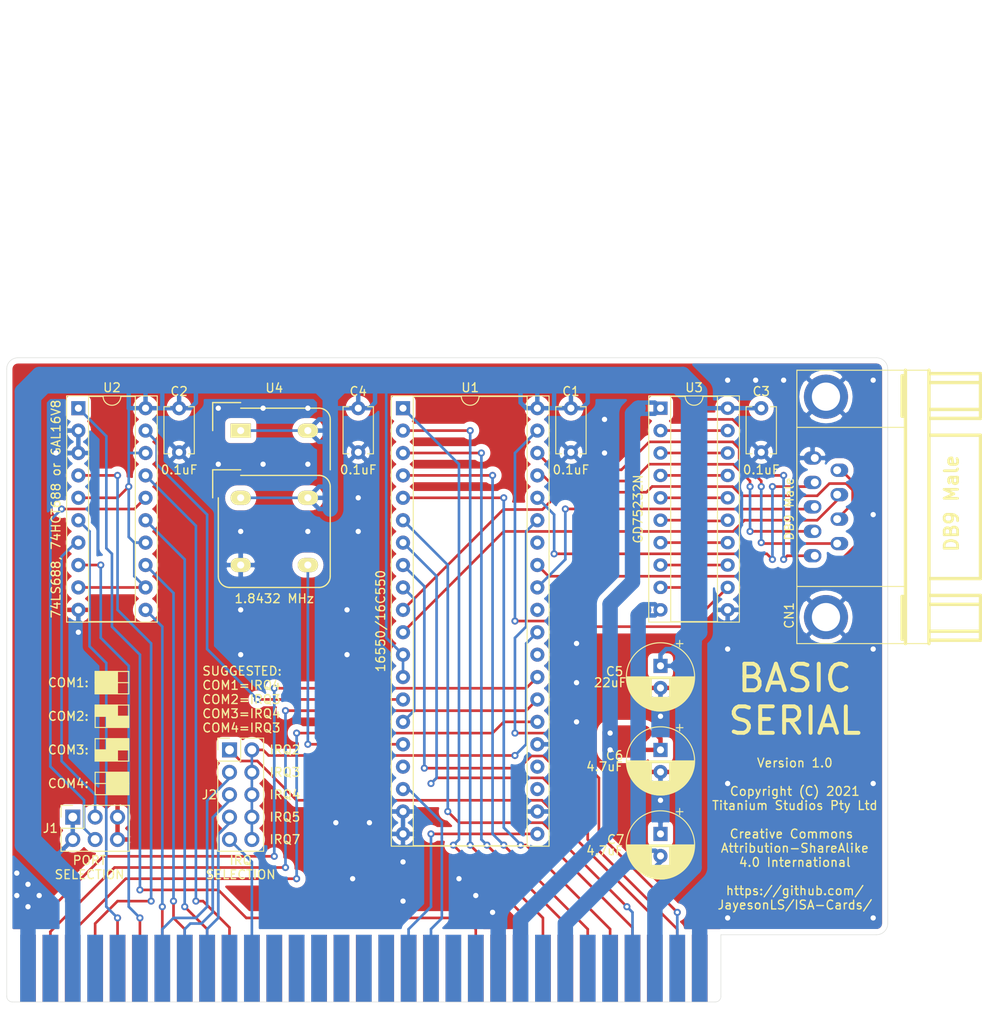
<source format=kicad_pcb>
(kicad_pcb (version 20171130) (host pcbnew "(5.1.9)-1")
  (layers (0 F.Cu signal) (31 B.Cu signal) (34 B.Paste user) (35 F.Paste user) (36 B.SilkS user) (37 F.SilkS user) (38 B.Mask user) (39 F.Mask user) (44 Edge.Cuts user))
  (net 0 "")
  (net 1 A00)
  (net 2 A01)
  (net 3 A02)
  (net 4 A03)
  (net 5 A04)
  (net 6 A05)
  (net 7 A06)
  (net 8 A07)
  (net 9 A08)
  (net 10 A09)
  (net 11 AEN)
  (net 12 D0)
  (net 13 D1)
  (net 14 D2)
  (net 15 D3)
  (net 16 D4)
  (net 17 D5)
  (net 18 D6)
  (net 19 D7)
  (net 20 GND)
  (net 21 VCC)
  (net 22 IRQ3)
  (net 23 IRQ4)
  (net 24 IRQ5)
  (net 25 IRQ7)
  (net 26 ~IOR)
  (net 27 ~IOW)
  (net 28 +12V)
  (net 29 -12V)
  (net 30 IRQ2)
  (net 31 RESET)
  (net 32 "Net-(J1-Pad5)")
  (net 33 "Net-(J1-Pad2)")
  (net 34 "Net-(J3-Pad8)")
  (net 35 UART_XIN)
  (net 36 "Net-(J2-Pad10)")
  (net 37 "Net-(J3-Pad52)")
  (net 38 "Net-(J3-Pad51)")
  (net 39 "Net-(J3-Pad50)")
  (net 40 "Net-(J3-Pad49)")
  (net 41 "Net-(J3-Pad48)")
  (net 42 "Net-(J3-Pad47)")
  (net 43 "Net-(J3-Pad46)")
  (net 44 "Net-(J3-Pad45)")
  (net 45 "Net-(J3-Pad44)")
  (net 46 "Net-(J3-Pad43)")
  (net 47 "Net-(J3-Pad41)")
  (net 48 "Net-(J3-Pad32)")
  (net 49 "Net-(J3-Pad30)")
  (net 50 "Net-(J3-Pad28)")
  (net 51 "Net-(J3-Pad27)")
  (net 52 "Net-(J3-Pad26)")
  (net 53 "Net-(J3-Pad22)")
  (net 54 "Net-(J3-Pad20)")
  (net 55 "Net-(J3-Pad19)")
  (net 56 "Net-(J3-Pad18)")
  (net 57 "Net-(J3-Pad17)")
  (net 58 "Net-(J3-Pad16)")
  (net 59 "Net-(J3-Pad15)")
  (net 60 "Net-(J3-Pad12)")
  (net 61 "Net-(J3-Pad11)")
  (net 62 "Net-(J3-Pad6)")
  (net 63 UART_XOUT)
  (net 64 "Net-(U1-Pad39)")
  (net 65 "Net-(U1-Pad38)")
  (net 66 "Net-(U1-Pad37)")
  (net 67 "Net-(U1-Pad36)")
  (net 68 "Net-(U1-Pad15)")
  (net 69 "Net-(U1-Pad34)")
  (net 70 ~UART_CS)
  (net 71 "Net-(U1-Pad33)")
  (net 72 "Net-(U1-Pad32)")
  (net 73 "Net-(U1-Pad31)")
  (net 74 "Net-(U1-Pad11)")
  (net 75 "Net-(U1-Pad10)")
  (net 76 "Net-(U1-Pad29)")
  (net 77 "Net-(U1-Pad24)")
  (net 78 "Net-(U1-Pad23)")
  (net 79 /SER_PIN9)
  (net 80 /SER_PIN8)
  (net 81 /SER_PIN7)
  (net 82 /SER_PIN6)
  (net 83 /SER_PIN1)
  (net 84 /SER_PIN2)
  (net 85 /SER_PIN4)
  (net 86 /SER_PIN3)
  (net 87 "Net-(J3-Pad5)")
  (module w_conn_d-sub:DB_9M (layer F.Cu) (at 196.701 86.12 90)
    (fp_text reference CN1 (at -12.305 -11.281 270) (layer F.SilkS))
    (fp_text value "DB9 Male" (at 0.395 7.134 90) (layer F.SilkS) (effects (font (size 1.524 1.524) (thickness 0.3048))))
    (fp_text user %V (at -0.24 -11.281 90) (layer F.SilkS))
    (pad 5 thru_hole circle (at -12.49426 -7.112 90) (size 5.00126 5.00126) (drill 3.2004) (layers *.Cu *.Mask) (net 20 GND))
    (pad 9 thru_hole oval (at 4.15544 -5.842 90) (size 1.50114 1.99898) (drill 0.89916 (offset 0 0.24892)) (layers *.Cu *.Mask) (net 79 /SER_PIN9))
    (pad 8 thru_hole oval (at 1.3843 -5.842 90) (size 1.50114 1.99898) (drill 0.89916 (offset 0 0.24892)) (layers *.Cu *.Mask) (net 80 /SER_PIN8))
    (pad 7 thru_hole oval (at -1.3843 -5.842 90) (size 1.50114 1.99898) (drill 0.89916 (offset 0 0.24892)) (layers *.Cu *.Mask) (net 81 /SER_PIN7))
    (pad 6 thru_hole oval (at -4.15544 -5.842 90) (size 1.50114 1.99898) (drill 0.89916 (offset 0 0.24892)) (layers *.Cu *.Mask) (net 82 /SER_PIN6))
    (pad 1 thru_hole oval (at -5.53974 -8.382 90) (size 1.50114 1.99898) (drill 0.89916 (offset 0 -0.24892)) (layers *.Cu *.Mask) (net 83 /SER_PIN1))
    (pad 2 thru_hole oval (at -2.77114 -8.382 90) (size 1.50114 1.99898) (drill 0.89916 (offset 0 -0.24892)) (layers *.Cu *.Mask) (net 84 /SER_PIN2))
    (pad 5 thru_hole oval (at 5.53974 -8.382 90) (size 1.50114 1.99898) (drill 0.89916 (offset 0 -0.24892)) (layers *.Cu *.Mask) (net 20 GND))
    (pad 4 thru_hole oval (at 2.77114 -8.382 90) (size 1.50114 1.99898) (drill 0.89916 (offset 0 -0.24892)) (layers *.Cu *.Mask) (net 85 /SER_PIN4))
    (pad 3 thru_hole oval (at 0 -8.382 90) (size 1.50114 1.99898) (drill 0.89916 (offset 0 -0.24892)) (layers *.Cu *.Mask) (net 86 /SER_PIN3))
    (pad 5 thru_hole circle (at 12.49426 -7.112 90) (size 5.00126 5.00126) (drill 3.2004) (layers *.Cu *.Mask) (net 20 GND))
  )
  (module Package_DIP:DIP-20_W7.62mm_Socket (layer F.Cu) (at 104.775 74.93)
    (fp_text reference U2 (at 3.81 -2.33) (layer F.SilkS))
    (fp_text value "74LS688, 74HCT688 or GAL16V8")
    (fp_text user %V (at -2.54 11.43 90) (layer F.SilkS))
    (pad 20 thru_hole oval (at 7.62 0) (size 1.6 1.6) (drill 0.8) (layers *.Cu *.Mask) (net 21 VCC))
    (pad 10 thru_hole oval (at 0 22.86) (size 1.6 1.6) (drill 0.8) (layers *.Cu *.Mask) (net 20 GND))
    (pad 19 thru_hole oval (at 7.62 2.54) (size 1.6 1.6) (drill 0.8) (layers *.Cu *.Mask) (net 70 ~UART_CS))
    (pad 9 thru_hole oval (at 0 20.32) (size 1.6 1.6) (drill 0.8) (layers *.Cu *.Mask) (net 21 VCC))
    (pad 18 thru_hole oval (at 7.62 5.08) (size 1.6 1.6) (drill 0.8) (layers *.Cu *.Mask) (net 21 VCC))
    (pad 8 thru_hole oval (at 0 17.78) (size 1.6 1.6) (drill 0.8) (layers *.Cu *.Mask) (net 6 A05))
    (pad 17 thru_hole oval (at 7.62 7.62) (size 1.6 1.6) (drill 0.8) (layers *.Cu *.Mask) (net 10 A09))
    (pad 7 thru_hole oval (at 0 15.24) (size 1.6 1.6) (drill 0.8) (layers *.Cu *.Mask) (net 33 "Net-(J1-Pad2)"))
    (pad 16 thru_hole oval (at 7.62 10.16) (size 1.6 1.6) (drill 0.8) (layers *.Cu *.Mask) (net 32 "Net-(J1-Pad5)"))
    (pad 6 thru_hole oval (at 0 12.7) (size 1.6 1.6) (drill 0.8) (layers *.Cu *.Mask) (net 5 A04))
    (pad 15 thru_hole oval (at 7.62 12.7) (size 1.6 1.6) (drill 0.8) (layers *.Cu *.Mask) (net 9 A08))
    (pad 5 thru_hole oval (at 0 10.16) (size 1.6 1.6) (drill 0.8) (layers *.Cu *.Mask) (net 21 VCC))
    (pad 14 thru_hole oval (at 7.62 15.24) (size 1.6 1.6) (drill 0.8) (layers *.Cu *.Mask) (net 21 VCC))
    (pad 4 thru_hole oval (at 0 7.62) (size 1.6 1.6) (drill 0.8) (layers *.Cu *.Mask) (net 4 A03))
    (pad 13 thru_hole oval (at 7.62 17.78) (size 1.6 1.6) (drill 0.8) (layers *.Cu *.Mask) (net 8 A07))
    (pad 3 thru_hole oval (at 0 5.08) (size 1.6 1.6) (drill 0.8) (layers *.Cu *.Mask) (net 20 GND))
    (pad 12 thru_hole oval (at 7.62 20.32) (size 1.6 1.6) (drill 0.8) (layers *.Cu *.Mask) (net 21 VCC))
    (pad 2 thru_hole oval (at 0 2.54) (size 1.6 1.6) (drill 0.8) (layers *.Cu *.Mask) (net 20 GND))
    (pad 11 thru_hole oval (at 7.62 22.86) (size 1.6 1.6) (drill 0.8) (layers *.Cu *.Mask) (net 7 A06))
    (pad 1 thru_hole rect (at 0 0) (size 1.6 1.6) (drill 0.8) (layers *.Cu *.Mask) (net 11 AEN))
  )
  (module Package_DIP:DIP-40_W15.24mm_Socket (layer F.Cu) (at 141.605 74.93)
    (fp_text reference U1 (at 7.62 -2.33) (layer F.SilkS))
    (fp_text value 16550/16C550)
    (fp_text user %V (at -2.54 24.13 90) (layer F.SilkS))
    (pad 40 thru_hole oval (at 15.24 0) (size 1.6 1.6) (drill 0.8) (layers *.Cu *.Mask) (net 21 VCC))
    (pad 20 thru_hole oval (at 0 48.26) (size 1.6 1.6) (drill 0.8) (layers *.Cu *.Mask) (net 20 GND))
    (pad 39 thru_hole oval (at 15.24 2.54) (size 1.6 1.6) (drill 0.8) (layers *.Cu *.Mask) (net 64 "Net-(U1-Pad39)"))
    (pad 19 thru_hole oval (at 0 45.72) (size 1.6 1.6) (drill 0.8) (layers *.Cu *.Mask) (net 20 GND))
    (pad 38 thru_hole oval (at 15.24 5.08) (size 1.6 1.6) (drill 0.8) (layers *.Cu *.Mask) (net 65 "Net-(U1-Pad38)"))
    (pad 18 thru_hole oval (at 0 43.18) (size 1.6 1.6) (drill 0.8) (layers *.Cu *.Mask) (net 27 ~IOW))
    (pad 37 thru_hole oval (at 15.24 7.62) (size 1.6 1.6) (drill 0.8) (layers *.Cu *.Mask) (net 66 "Net-(U1-Pad37)"))
    (pad 17 thru_hole oval (at 0 40.64) (size 1.6 1.6) (drill 0.8) (layers *.Cu *.Mask) (net 63 UART_XOUT))
    (pad 36 thru_hole oval (at 15.24 10.16) (size 1.6 1.6) (drill 0.8) (layers *.Cu *.Mask) (net 67 "Net-(U1-Pad36)"))
    (pad 16 thru_hole oval (at 0 38.1) (size 1.6 1.6) (drill 0.8) (layers *.Cu *.Mask) (net 35 UART_XIN))
    (pad 35 thru_hole oval (at 15.24 12.7) (size 1.6 1.6) (drill 0.8) (layers *.Cu *.Mask) (net 31 RESET))
    (pad 15 thru_hole oval (at 0 35.56) (size 1.6 1.6) (drill 0.8) (layers *.Cu *.Mask) (net 68 "Net-(U1-Pad15)"))
    (pad 34 thru_hole oval (at 15.24 15.24) (size 1.6 1.6) (drill 0.8) (layers *.Cu *.Mask) (net 69 "Net-(U1-Pad34)"))
    (pad 14 thru_hole oval (at 0 33.02) (size 1.6 1.6) (drill 0.8) (layers *.Cu *.Mask) (net 70 ~UART_CS))
    (pad 33 thru_hole oval (at 15.24 17.78) (size 1.6 1.6) (drill 0.8) (layers *.Cu *.Mask) (net 71 "Net-(U1-Pad33)"))
    (pad 13 thru_hole oval (at 0 30.48) (size 1.6 1.6) (drill 0.8) (layers *.Cu *.Mask) (net 21 VCC))
    (pad 32 thru_hole oval (at 15.24 20.32) (size 1.6 1.6) (drill 0.8) (layers *.Cu *.Mask) (net 72 "Net-(U1-Pad32)"))
    (pad 12 thru_hole oval (at 0 27.94) (size 1.6 1.6) (drill 0.8) (layers *.Cu *.Mask) (net 21 VCC))
    (pad 31 thru_hole oval (at 15.24 22.86) (size 1.6 1.6) (drill 0.8) (layers *.Cu *.Mask) (net 73 "Net-(U1-Pad31)"))
    (pad 11 thru_hole oval (at 0 25.4) (size 1.6 1.6) (drill 0.8) (layers *.Cu *.Mask) (net 74 "Net-(U1-Pad11)"))
    (pad 30 thru_hole oval (at 15.24 25.4) (size 1.6 1.6) (drill 0.8) (layers *.Cu *.Mask) (net 36 "Net-(J2-Pad10)"))
    (pad 10 thru_hole oval (at 0 22.86) (size 1.6 1.6) (drill 0.8) (layers *.Cu *.Mask) (net 75 "Net-(U1-Pad10)"))
    (pad 29 thru_hole oval (at 15.24 27.94) (size 1.6 1.6) (drill 0.8) (layers *.Cu *.Mask) (net 76 "Net-(U1-Pad29)"))
    (pad 9 thru_hole oval (at 0 20.32) (size 1.6 1.6) (drill 0.8) (layers *.Cu *.Mask) (net 68 "Net-(U1-Pad15)"))
    (pad 28 thru_hole oval (at 15.24 30.48) (size 1.6 1.6) (drill 0.8) (layers *.Cu *.Mask) (net 1 A00))
    (pad 8 thru_hole oval (at 0 17.78) (size 1.6 1.6) (drill 0.8) (layers *.Cu *.Mask) (net 19 D7))
    (pad 27 thru_hole oval (at 15.24 33.02) (size 1.6 1.6) (drill 0.8) (layers *.Cu *.Mask) (net 2 A01))
    (pad 7 thru_hole oval (at 0 15.24) (size 1.6 1.6) (drill 0.8) (layers *.Cu *.Mask) (net 18 D6))
    (pad 26 thru_hole oval (at 15.24 35.56) (size 1.6 1.6) (drill 0.8) (layers *.Cu *.Mask) (net 3 A02))
    (pad 6 thru_hole oval (at 0 12.7) (size 1.6 1.6) (drill 0.8) (layers *.Cu *.Mask) (net 17 D5))
    (pad 25 thru_hole oval (at 15.24 38.1) (size 1.6 1.6) (drill 0.8) (layers *.Cu *.Mask) (net 20 GND))
    (pad 5 thru_hole oval (at 0 10.16) (size 1.6 1.6) (drill 0.8) (layers *.Cu *.Mask) (net 16 D4))
    (pad 24 thru_hole oval (at 15.24 40.64) (size 1.6 1.6) (drill 0.8) (layers *.Cu *.Mask) (net 77 "Net-(U1-Pad24)"))
    (pad 4 thru_hole oval (at 0 7.62) (size 1.6 1.6) (drill 0.8) (layers *.Cu *.Mask) (net 15 D3))
    (pad 23 thru_hole oval (at 15.24 43.18) (size 1.6 1.6) (drill 0.8) (layers *.Cu *.Mask) (net 78 "Net-(U1-Pad23)"))
    (pad 3 thru_hole oval (at 0 5.08) (size 1.6 1.6) (drill 0.8) (layers *.Cu *.Mask) (net 14 D2))
    (pad 22 thru_hole oval (at 15.24 45.72) (size 1.6 1.6) (drill 0.8) (layers *.Cu *.Mask) (net 20 GND))
    (pad 2 thru_hole oval (at 0 2.54) (size 1.6 1.6) (drill 0.8) (layers *.Cu *.Mask) (net 13 D1))
    (pad 21 thru_hole oval (at 15.24 48.26) (size 1.6 1.6) (drill 0.8) (layers *.Cu *.Mask) (net 26 ~IOR))
    (pad 1 thru_hole rect (at 0 0) (size 1.6 1.6) (drill 0.8) (layers *.Cu *.Mask) (net 12 D0))
  )
  (module Package_DIP:DIP-20_W7.62mm_Socket (layer F.Cu) (at 170.815 74.93)
    (fp_text reference U3 (at 3.81 -2.33) (layer F.SilkS))
    (fp_text value GD75232N)
    (fp_text user %V (at -2.54 11.43 90) (layer F.SilkS))
    (pad 1 thru_hole rect (at 0 0) (size 1.6 1.50114) (drill 0.8) (layers *.Cu *.Mask) (net 28 +12V))
    (pad 11 thru_hole oval (at 7.62 22.86) (size 1.6 1.50114) (drill 0.8) (layers *.Cu *.Mask) (net 20 GND))
    (pad 2 thru_hole oval (at 0 2.54) (size 1.6 1.50114) (drill 0.8) (layers *.Cu *.Mask) (net 83 /SER_PIN1))
    (pad 12 thru_hole oval (at 7.62 20.32) (size 1.6 1.50114) (drill 0.8) (layers *.Cu *.Mask) (net 64 "Net-(U1-Pad39)"))
    (pad 3 thru_hole oval (at 0 5.08) (size 1.6 1.50114) (drill 0.8) (layers *.Cu *.Mask) (net 82 /SER_PIN6))
    (pad 13 thru_hole oval (at 7.62 17.78) (size 1.6 1.50114) (drill 0.8) (layers *.Cu *.Mask) (net 71 "Net-(U1-Pad33)"))
    (pad 4 thru_hole oval (at 0 7.62) (size 1.6 1.50114) (drill 0.8) (layers *.Cu *.Mask) (net 84 /SER_PIN2))
    (pad 14 thru_hole oval (at 7.62 15.24) (size 1.6 1.50114) (drill 0.8) (layers *.Cu *.Mask) (net 67 "Net-(U1-Pad36)"))
    (pad 5 thru_hole oval (at 0 10.16) (size 1.6 1.50114) (drill 0.8) (layers *.Cu *.Mask) (net 81 /SER_PIN7))
    (pad 15 thru_hole oval (at 7.62 12.7) (size 1.6 1.50114) (drill 0.8) (layers *.Cu *.Mask) (net 74 "Net-(U1-Pad11)"))
    (pad 6 thru_hole oval (at 0 12.7) (size 1.6 1.50114) (drill 0.8) (layers *.Cu *.Mask) (net 86 /SER_PIN3))
    (pad 16 thru_hole oval (at 7.62 10.16) (size 1.6 1.50114) (drill 0.8) (layers *.Cu *.Mask) (net 72 "Net-(U1-Pad32)"))
    (pad 7 thru_hole oval (at 0 15.24) (size 1.6 1.50114) (drill 0.8) (layers *.Cu *.Mask) (net 80 /SER_PIN8))
    (pad 17 thru_hole oval (at 7.62 7.62) (size 1.6 1.50114) (drill 0.8) (layers *.Cu *.Mask) (net 75 "Net-(U1-Pad10)"))
    (pad 8 thru_hole oval (at 0 17.78) (size 1.6 1.50114) (drill 0.8) (layers *.Cu *.Mask) (net 85 /SER_PIN4))
    (pad 18 thru_hole oval (at 7.62 5.08) (size 1.6 1.50114) (drill 0.8) (layers *.Cu *.Mask) (net 66 "Net-(U1-Pad37)"))
    (pad 9 thru_hole oval (at 0 20.32) (size 1.6 1.50114) (drill 0.8) (layers *.Cu *.Mask) (net 79 /SER_PIN9))
    (pad 19 thru_hole oval (at 7.62 2.54) (size 1.6 1.50114) (drill 0.8) (layers *.Cu *.Mask) (net 65 "Net-(U1-Pad38)"))
    (pad 10 thru_hole oval (at 0 22.86) (size 1.6 1.50114) (drill 0.8) (layers *.Cu *.Mask) (net 29 -12V))
    (pad 20 thru_hole oval (at 7.62 0) (size 1.6 1.50114) (drill 0.8) (layers *.Cu *.Mask) (net 21 VCC))
  )
  (module 00Custom:Crystal_DIP8_DIP14 (layer F.Cu) (at 123.19 77.47)
    (fp_text reference U4 (at 3.81 -4.826) (layer F.SilkS))
    (fp_text value "1.8432 MHz")
    (fp_text user %V (at 3.81 19.05) (layer F.SilkS))
    (pad 14 thru_hole oval (at 7.62 0) (size 2.3 1.6) (drill 0.8) (layers *.Cu *.Mask F.SilkS) (net 21 VCC))
    (pad 11 thru_hole oval (at 7.62 7.62) (size 2.3 1.6) (drill 0.8) (layers *.Cu *.Mask F.SilkS) (net 21 VCC))
    (pad 8 thru_hole oval (at 7.62 15.24) (size 2.3 1.6) (drill 0.8) (layers *.Cu *.Mask F.SilkS) (net 35 UART_XIN))
    (pad 7 thru_hole oval (at 0 15.24) (size 2.3 1.6) (drill 0.8) (layers *.Cu *.Mask F.SilkS) (net 20 GND))
    (pad 4 thru_hole oval (at 0 7.62) (size 2.3 1.6) (drill 0.8) (layers *.Cu *.Mask F.SilkS) (net 21 VCC))
    (pad 1 thru_hole rect (at 0 0) (size 2.3 1.6) (drill 0.8) (layers *.Cu *.Mask F.SilkS) (net 21 VCC))
  )
  (module Capacitor_THT:C_Disc_D5.1mm_W3.2mm_P5.00mm (layer F.Cu) (at 182.245 74.93 270)
    (fp_text reference C3 (at -1.905 0 180) (layer F.SilkS))
    (fp_text value 0.1uF)
    (fp_text user %V (at 6.985 0 180) (layer F.SilkS))
    (pad 2 thru_hole circle (at 5 0 270) (size 1.6 1.6) (drill 0.8) (layers *.Cu *.Mask) (net 20 GND))
    (pad 1 thru_hole circle (at 0 0 270) (size 1.6 1.6) (drill 0.8) (layers *.Cu *.Mask) (net 21 VCC))
  )
  (module Capacitor_THT:C_Disc_D5.1mm_W3.2mm_P5.00mm (layer F.Cu) (at 160.655 74.93 270)
    (fp_text reference C1 (at -1.905 0 180) (layer F.SilkS))
    (fp_text value 0.1uF)
    (fp_text user %V (at 6.985 0 180) (layer F.SilkS))
    (pad 2 thru_hole circle (at 5 0 270) (size 1.6 1.6) (drill 0.8) (layers *.Cu *.Mask) (net 20 GND))
    (pad 1 thru_hole circle (at 0 0 270) (size 1.6 1.6) (drill 0.8) (layers *.Cu *.Mask) (net 21 VCC))
  )
  (module Capacitor_THT:C_Disc_D5.1mm_W3.2mm_P5.00mm (layer F.Cu) (at 136.525 74.93 270)
    (fp_text reference C4 (at -1.905 0 180) (layer F.SilkS))
    (fp_text value 0.1uF)
    (fp_text user %V (at 6.985 0 180) (layer F.SilkS))
    (pad 2 thru_hole circle (at 5 0 270) (size 1.6 1.6) (drill 0.8) (layers *.Cu *.Mask) (net 20 GND))
    (pad 1 thru_hole circle (at 0 0 270) (size 1.6 1.6) (drill 0.8) (layers *.Cu *.Mask) (net 21 VCC))
  )
  (module Capacitor_THT:C_Disc_D5.1mm_W3.2mm_P5.00mm (layer F.Cu) (at 116.205 74.93 270)
    (fp_text reference C2 (at -1.905 0 180) (layer F.SilkS))
    (fp_text value 0.1uF)
    (fp_text user %V (at 6.985 0 180) (layer F.SilkS))
    (pad 2 thru_hole circle (at 5 0 270) (size 1.6 1.6) (drill 0.8) (layers *.Cu *.Mask) (net 20 GND))
    (pad 1 thru_hole circle (at 0 0 270) (size 1.6 1.6) (drill 0.8) (layers *.Cu *.Mask) (net 21 VCC))
  )
  (module Capacitor_THT:CP_Radial_D7.5mm_P2.50mm (layer F.Cu) (at 170.815 123.19 270)
    (fp_text reference C7 (at 0.635 5.08 180) (layer F.SilkS))
    (fp_text value 4.7uF)
    (fp_text user %V (at 1.905 6.35) (layer F.SilkS))
    (pad 2 thru_hole oval (at 2.5 0 270) (size 1.6 1.6) (drill 0.8) (layers *.Cu *.Mask) (net 29 -12V))
    (pad 1 thru_hole rect (at 0 0 270) (size 1.6 1.6) (drill 0.8) (layers *.Cu *.Mask) (net 20 GND))
  )
  (module Capacitor_THT:CP_Radial_D7.5mm_P2.50mm (layer F.Cu) (at 170.815 113.665 270)
    (fp_text reference C6 (at 0.635 5.207) (layer F.SilkS))
    (fp_text value 4.7uF)
    (fp_text user %V (at 1.905 6.35) (layer F.SilkS))
    (pad 2 thru_hole oval (at 2.5 0 270) (size 1.6 1.6) (drill 0.8) (layers *.Cu *.Mask) (net 20 GND))
    (pad 1 thru_hole rect (at 0 0 270) (size 1.6 1.6) (drill 0.8) (layers *.Cu *.Mask) (net 28 +12V))
  )
  (module Capacitor_THT:CP_Radial_D7.5mm_P2.50mm (layer F.Cu) (at 170.815 104.14 270)
    (fp_text reference C5 (at 0.635 5.207 180) (layer F.SilkS))
    (fp_text value 22uF)
    (fp_text user %V (at 1.905 5.715) (layer F.SilkS))
    (pad 1 thru_hole rect (at 0 0 270) (size 1.6 1.6) (drill 0.8) (layers *.Cu *.Mask) (net 21 VCC))
    (pad 2 thru_hole oval (at 2.5 0 270) (size 1.6 1.6) (drill 0.8) (layers *.Cu *.Mask) (net 20 GND))
  )
  (module Connector_PinHeader_2.54mm:PinHeader_2x05_P2.54mm_Vertical (layer F.Cu) (at 121.92 113.665)
    (fp_text reference J2 (at -2.286 5.08 180) (layer F.SilkS))
    (fp_text value IRQ_SELECT)
    (pad 1 thru_hole rect (at 0 0) (size 1.7 1.7) (drill 1) (layers *.Cu *.Mask) (net 30 IRQ2))
    (pad 2 thru_hole oval (at 2.54 0) (size 1.7 1.7) (drill 1) (layers *.Cu *.Mask) (net 36 "Net-(J2-Pad10)"))
    (pad 3 thru_hole oval (at 0 2.54) (size 1.7 1.7) (drill 1) (layers *.Cu *.Mask) (net 22 IRQ3))
    (pad 4 thru_hole oval (at 2.54 2.54) (size 1.7 1.7) (drill 1) (layers *.Cu *.Mask) (net 36 "Net-(J2-Pad10)"))
    (pad 5 thru_hole oval (at 0 5.08) (size 1.7 1.7) (drill 1) (layers *.Cu *.Mask) (net 23 IRQ4))
    (pad 6 thru_hole oval (at 2.54 5.08) (size 1.7 1.7) (drill 1) (layers *.Cu *.Mask) (net 36 "Net-(J2-Pad10)"))
    (pad 7 thru_hole oval (at 0 7.62) (size 1.7 1.7) (drill 1) (layers *.Cu *.Mask) (net 24 IRQ5))
    (pad 8 thru_hole oval (at 2.54 7.62) (size 1.7 1.7) (drill 1) (layers *.Cu *.Mask) (net 36 "Net-(J2-Pad10)"))
    (pad 9 thru_hole oval (at 0 10.16) (size 1.7 1.7) (drill 1) (layers *.Cu *.Mask) (net 25 IRQ7))
    (pad 10 thru_hole oval (at 2.54 10.16) (size 1.7 1.7) (drill 1) (layers *.Cu *.Mask) (net 36 "Net-(J2-Pad10)"))
  )
  (module 00Custom:PinHeader_3x02_P2.54mm_Vertical (layer F.Cu) (at 104.14 121.285)
    (fp_text reference J1 (at -2.54 1.27 180) (layer F.SilkS))
    (fp_text value COM_SELECT)
    (pad 1 thru_hole rect (at 0 0 90) (size 1.7 1.7) (drill 1) (layers *.Cu *.Mask) (net 21 VCC))
    (pad 4 thru_hole oval (at 0 2.54 90) (size 1.7 1.7) (drill 1) (layers *.Cu *.Mask) (net 21 VCC))
    (pad 2 thru_hole oval (at 2.54 0 90) (size 1.7 1.7) (drill 1) (layers *.Cu *.Mask) (net 33 "Net-(J1-Pad2)"))
    (pad 5 thru_hole oval (at 2.54 2.54 90) (size 1.7 1.7) (drill 1) (layers *.Cu *.Mask) (net 32 "Net-(J1-Pad5)"))
    (pad 3 thru_hole oval (at 5.08 0 90) (size 1.7 1.7) (drill 1) (layers *.Cu *.Mask) (net 20 GND))
    (pad 6 thru_hole oval (at 5.08 2.54 90) (size 1.7 1.7) (drill 1) (layers *.Cu *.Mask) (net 20 GND))
  )
  (module 00Custom:BUS_XT (layer F.Cu) (at 175.26 138.43)
    (fp_text reference J3 hide)
    (fp_text value Bus_ISA_8bit)
    (pad 62 connect rect (at -76.2 0) (size 1.78 7.62) (layers F.Cu F.Mask) (net 1 A00))
    (pad 61 connect rect (at -73.66 0) (size 1.78 7.62) (layers F.Cu F.Mask) (net 2 A01))
    (pad 60 connect rect (at -71.12 0) (size 1.78 7.62) (layers F.Cu F.Mask) (net 3 A02))
    (pad 59 connect rect (at -68.58 0) (size 1.78 7.62) (layers F.Cu F.Mask) (net 4 A03))
    (pad 58 connect rect (at -66.04 0) (size 1.78 7.62) (layers F.Cu F.Mask) (net 5 A04))
    (pad 57 connect rect (at -63.5 0) (size 1.78 7.62) (layers F.Cu F.Mask) (net 6 A05))
    (pad 56 connect rect (at -60.96 0) (size 1.78 7.62) (layers F.Cu F.Mask) (net 7 A06))
    (pad 55 connect rect (at -58.42 0) (size 1.78 7.62) (layers F.Cu F.Mask) (net 8 A07))
    (pad 54 connect rect (at -55.88 0) (size 1.78 7.62) (layers F.Cu F.Mask) (net 9 A08))
    (pad 53 connect rect (at -53.34 0) (size 1.78 7.62) (layers F.Cu F.Mask) (net 10 A09))
    (pad 52 connect rect (at -50.8 0) (size 1.78 7.62) (layers F.Cu F.Mask) (net 37 "Net-(J3-Pad52)"))
    (pad 51 connect rect (at -48.26 0) (size 1.78 7.62) (layers F.Cu F.Mask) (net 38 "Net-(J3-Pad51)"))
    (pad 50 connect rect (at -45.72 0) (size 1.78 7.62) (layers F.Cu F.Mask) (net 39 "Net-(J3-Pad50)"))
    (pad 49 connect rect (at -43.18 0) (size 1.78 7.62) (layers F.Cu F.Mask) (net 40 "Net-(J3-Pad49)"))
    (pad 48 connect rect (at -40.64 0) (size 1.78 7.62) (layers F.Cu F.Mask) (net 41 "Net-(J3-Pad48)"))
    (pad 47 connect rect (at -38.1 0) (size 1.78 7.62) (layers F.Cu F.Mask) (net 42 "Net-(J3-Pad47)"))
    (pad 46 connect rect (at -35.56 0) (size 1.78 7.62) (layers F.Cu F.Mask) (net 43 "Net-(J3-Pad46)"))
    (pad 45 connect rect (at -33.02 0) (size 1.78 7.62) (layers F.Cu F.Mask) (net 44 "Net-(J3-Pad45)"))
    (pad 44 connect rect (at -30.48 0) (size 1.78 7.62) (layers F.Cu F.Mask) (net 45 "Net-(J3-Pad44)"))
    (pad 43 connect rect (at -27.94 0) (size 1.78 7.62) (layers F.Cu F.Mask) (net 46 "Net-(J3-Pad43)"))
    (pad 42 connect rect (at -25.4 0) (size 1.78 7.62) (layers F.Cu F.Mask) (net 11 AEN))
    (pad 41 connect rect (at -22.86 0) (size 1.78 7.62) (layers F.Cu F.Mask) (net 47 "Net-(J3-Pad41)"))
    (pad 40 connect rect (at -20.32 0) (size 1.78 7.62) (layers F.Cu F.Mask) (net 12 D0))
    (pad 39 connect rect (at -17.78 0) (size 1.78 7.62) (layers F.Cu F.Mask) (net 13 D1))
    (pad 38 connect rect (at -15.24 0) (size 1.78 7.62) (layers F.Cu F.Mask) (net 14 D2))
    (pad 37 connect rect (at -12.7 0) (size 1.78 7.62) (layers F.Cu F.Mask) (net 15 D3))
    (pad 36 connect rect (at -10.16 0) (size 1.78 7.62) (layers F.Cu F.Mask) (net 16 D4))
    (pad 35 connect rect (at -7.62 0) (size 1.78 7.62) (layers F.Cu F.Mask) (net 17 D5))
    (pad 34 connect rect (at -5.08 0) (size 1.78 7.62) (layers F.Cu F.Mask) (net 18 D6))
    (pad 33 connect rect (at -2.54 0) (size 1.78 7.62) (layers F.Cu F.Mask) (net 19 D7))
    (pad 32 connect rect (at 0 0) (size 1.78 7.62) (layers F.Cu F.Mask) (net 48 "Net-(J3-Pad32)"))
    (pad 31 connect rect (at -76.2 0) (size 1.78 7.62) (layers B.Cu B.Mask) (net 20 GND))
    (pad 30 connect rect (at -73.66 0) (size 1.78 7.62) (layers B.Cu B.Mask) (net 49 "Net-(J3-Pad30)"))
    (pad 29 connect rect (at -71.12 0) (size 1.78 7.62) (layers B.Cu B.Mask) (net 21 VCC))
    (pad 28 connect rect (at -68.58 0) (size 1.78 7.62) (layers B.Cu B.Mask) (net 50 "Net-(J3-Pad28)"))
    (pad 27 connect rect (at -66.04 0) (size 1.78 7.62) (layers B.Cu B.Mask) (net 51 "Net-(J3-Pad27)"))
    (pad 26 connect rect (at -63.5 0) (size 1.78 7.62) (layers B.Cu B.Mask) (net 52 "Net-(J3-Pad26)"))
    (pad 25 connect rect (at -60.96 0) (size 1.78 7.62) (layers B.Cu B.Mask) (net 22 IRQ3))
    (pad 24 connect rect (at -58.42 0) (size 1.78 7.62) (layers B.Cu B.Mask) (net 23 IRQ4))
    (pad 23 connect rect (at -55.88 0) (size 1.78 7.62) (layers B.Cu B.Mask) (net 24 IRQ5))
    (pad 22 connect rect (at -53.34 0) (size 1.78 7.62) (layers B.Cu B.Mask) (net 53 "Net-(J3-Pad22)"))
    (pad 21 connect rect (at -50.8 0) (size 1.78 7.62) (layers B.Cu B.Mask) (net 25 IRQ7))
    (pad 20 connect rect (at -48.26 0) (size 1.78 7.62) (layers B.Cu B.Mask) (net 54 "Net-(J3-Pad20)"))
    (pad 19 connect rect (at -45.72 0) (size 1.78 7.62) (layers B.Cu B.Mask) (net 55 "Net-(J3-Pad19)"))
    (pad 18 connect rect (at -43.18 0) (size 1.78 7.62) (layers B.Cu B.Mask) (net 56 "Net-(J3-Pad18)"))
    (pad 17 connect rect (at -40.64 0) (size 1.78 7.62) (layers B.Cu B.Mask) (net 57 "Net-(J3-Pad17)"))
    (pad 16 connect rect (at -38.1 0) (size 1.78 7.62) (layers B.Cu B.Mask) (net 58 "Net-(J3-Pad16)"))
    (pad 15 connect rect (at -35.56 0) (size 1.78 7.62) (layers B.Cu B.Mask) (net 59 "Net-(J3-Pad15)"))
    (pad 14 connect rect (at -33.02 0) (size 1.78 7.62) (layers B.Cu B.Mask) (net 26 ~IOR))
    (pad 13 connect rect (at -30.48 0) (size 1.78 7.62) (layers B.Cu B.Mask) (net 27 ~IOW))
    (pad 12 connect rect (at -27.94 0) (size 1.78 7.62) (layers B.Cu B.Mask) (net 60 "Net-(J3-Pad12)"))
    (pad 11 connect rect (at -25.4 0) (size 1.78 7.62) (layers B.Cu B.Mask) (net 61 "Net-(J3-Pad11)"))
    (pad 10 connect rect (at -22.86 0) (size 1.78 7.62) (layers B.Cu B.Mask) (net 20 GND))
    (pad 9 connect rect (at -20.32 0) (size 1.78 7.62) (layers B.Cu B.Mask) (net 28 +12V))
    (pad 8 connect rect (at -17.78 0) (size 1.78 7.62) (layers B.Cu B.Mask) (net 34 "Net-(J3-Pad8)"))
    (pad 7 connect rect (at -15.24 0) (size 1.78 7.62) (layers B.Cu B.Mask) (net 29 -12V))
    (pad 6 connect rect (at -12.7 0) (size 1.78 7.62) (layers B.Cu B.Mask) (net 62 "Net-(J3-Pad6)"))
    (pad 5 connect rect (at -10.16 0) (size 1.78 7.62) (layers B.Cu B.Mask) (net 87 "Net-(J3-Pad5)"))
    (pad 4 connect rect (at -7.62 0) (size 1.78 7.62) (layers B.Cu B.Mask) (net 30 IRQ2))
    (pad 3 connect rect (at -5.08 0) (size 1.78 7.62) (layers B.Cu B.Mask) (net 21 VCC))
    (pad 2 connect rect (at -2.54 0) (size 1.78 7.62) (layers B.Cu B.Mask) (net 31 RESET))
    (pad 1 connect rect (at 0 0) (size 1.78 7.62) (layers B.Cu B.Mask) (net 20 GND))
  )
  (gr_text "Version 1.0\n\nCopyright (C) 2021\nTitanium Studios Pty Ltd\n\nCreative Commons \nAttribution-ShareAlike\n4.0 International\n\nhttps://github.com/\nJayesonLS/ISA-Cards/" (at 186.055 123.19) (layer F.SilkS) (effects (font (size 1 1))))
  (gr_text "BASIC\nSERIAL" (at 186.055 107.95) (layer F.SilkS) (effects (font (size 3 3) (thickness 0.45))))
  (gr_poly (pts (xy 110.49 113.665) (xy 107.95 113.665) (xy 107.95 112.395) (xy 110.49 112.395)) (layer F.SilkS) (width 0.1))
  (gr_poly (pts (xy 109.22 114.935) (xy 106.68 114.935) (xy 106.68 113.665) (xy 109.22 113.665)) (layer F.SilkS) (width 0.1))
  (gr_poly (pts (xy 110.49 118.745) (xy 107.95 118.745) (xy 107.95 116.205) (xy 110.49 116.205)) (layer F.SilkS) (width 0.1))
  (gr_poly (pts (xy 110.49 111.125) (xy 107.95 111.125) (xy 107.95 109.855) (xy 110.49 109.855)) (layer F.SilkS) (width 0.1))
  (gr_poly (pts (xy 109.22 109.855) (xy 106.68 109.855) (xy 106.68 108.585) (xy 109.22 108.585)) (layer F.SilkS) (width 0.1))
  (gr_poly (pts (xy 109.22 107.315) (xy 106.68 107.315) (xy 106.68 104.775) (xy 109.22 104.775)) (layer F.SilkS) (width 0.1))
  (gr_text "PORT\nSELECTION" (at 106.045 127) (layer F.SilkS) (effects (font (size 1 1))))
  (gr_line (start 106.68 112.395) (end 106.68 113.665) (layer F.SilkS) (width 0.12))
  (gr_line (start 110.49 114.935) (end 110.49 113.665) (layer F.SilkS) (width 0.12))
  (gr_line (start 106.68 114.935) (end 110.49 114.935) (layer F.SilkS) (width 0.12))
  (gr_line (start 106.68 113.665) (end 106.68 114.935) (layer F.SilkS) (width 0.12))
  (gr_line (start 106.68 113.665) (end 110.49 113.665) (layer F.SilkS) (width 0.12))
  (gr_line (start 110.49 112.395) (end 106.68 112.395) (layer F.SilkS) (width 0.12))
  (gr_line (start 110.49 113.665) (end 110.49 112.395) (layer F.SilkS) (width 0.12))
  (gr_text COM3: (at 106.045 113.665) (layer F.SilkS) (effects (font (size 1 1)) (justify right)))
  (gr_line (start 106.68 108.585) (end 106.68 109.855) (layer F.SilkS) (width 0.12))
  (gr_line (start 110.49 111.125) (end 110.49 109.855) (layer F.SilkS) (width 0.12))
  (gr_line (start 106.68 111.125) (end 110.49 111.125) (layer F.SilkS) (width 0.12))
  (gr_line (start 106.68 109.855) (end 106.68 111.125) (layer F.SilkS) (width 0.12))
  (gr_line (start 106.68 109.855) (end 110.49 109.855) (layer F.SilkS) (width 0.12))
  (gr_line (start 110.49 108.585) (end 106.68 108.585) (layer F.SilkS) (width 0.12))
  (gr_line (start 110.49 109.855) (end 110.49 108.585) (layer F.SilkS) (width 0.12))
  (gr_text COM2: (at 106.045 109.855) (layer F.SilkS) (effects (font (size 1 1)) (justify right)))
  (gr_text COM1: (at 106.045 106.045) (layer F.SilkS) (effects (font (size 1 1)) (justify right)))
  (gr_line (start 106.68 106.045) (end 110.49 106.045) (layer F.SilkS) (width 0.12))
  (gr_line (start 110.49 104.775) (end 106.68 104.775) (layer F.SilkS) (width 0.12))
  (gr_line (start 110.49 107.315) (end 110.49 106.045) (layer F.SilkS) (width 0.12))
  (gr_line (start 106.68 107.315) (end 110.49 107.315) (layer F.SilkS) (width 0.12))
  (gr_line (start 110.49 106.045) (end 110.49 104.775) (layer F.SilkS) (width 0.12))
  (gr_line (start 106.68 106.045) (end 106.68 107.315) (layer F.SilkS) (width 0.12))
  (gr_line (start 106.68 104.775) (end 106.68 106.045) (layer F.SilkS) (width 0.12))
  (gr_text COM4: (at 106.045 117.475) (layer F.SilkS) (effects (font (size 1 1)) (justify right)))
  (gr_line (start 110.49 118.745) (end 110.49 117.475) (layer F.SilkS) (width 0.12))
  (gr_line (start 106.68 118.745) (end 110.49 118.745) (layer F.SilkS) (width 0.12))
  (gr_line (start 106.68 117.475) (end 106.68 118.745) (layer F.SilkS) (width 0.12))
  (gr_line (start 110.49 116.205) (end 106.68 116.205) (layer F.SilkS) (width 0.12))
  (gr_line (start 110.49 117.475) (end 110.49 116.205) (layer F.SilkS) (width 0.12))
  (gr_line (start 106.68 117.475) (end 110.49 117.475) (layer F.SilkS) (width 0.12))
  (gr_line (start 106.68 116.205) (end 106.68 117.475) (layer F.SilkS) (width 0.12))
  (gr_text "SUGGESTED:\nCOM1=IRQ4\nCOM2=IRQ3\nCOM3=IRQ4\nCOM4=IRQ3" (at 118.745 107.95) (layer F.SilkS) (effects (font (size 1 1)) (justify left)))
  (gr_text "IRQ\nSELECTION" (at 123.19 127) (layer F.SilkS) (effects (font (size 1 1))))
  (gr_text IRQ5 (at 126.365 121.285) (layer F.SilkS) (effects (font (size 1 1)) (justify left)))
  (gr_text IRQ7 (at 126.365 123.825) (layer F.SilkS) (effects (font (size 1 1)) (justify left)))
  (gr_text IRQ4 (at 126.365 118.745) (layer F.SilkS) (effects (font (size 1 1)) (justify left)))
  (gr_text IRQ3 (at 126.365 116.205) (layer F.SilkS) (effects (font (size 1 1)) (justify left)))
  (gr_text IRQ2 (at 126.365 113.665) (layer F.SilkS) (effects (font (size 1 1)) (justify left)))
  (gr_line (start 96.647 141.605) (end 96.647 70.485) (layer Edge.Cuts) (width 0.05))
  (gr_line (start 196.596 70.485) (end 196.596 133.35) (layer Edge.Cuts) (width 0.05))
  (gr_line (start 195.326 69.215) (end 97.917 69.215) (layer Edge.Cuts) (width 0.05))
  (gr_arc (start 97.917 70.485) (end 97.917 69.215) (angle -90) (layer Edge.Cuts) (width 0.05))
  (gr_arc (start 195.326 70.485) (end 196.596 70.485) (angle -90) (layer Edge.Cuts) (width 0.05))
  (gr_line (start 97.282 142.24) (end 177.038 142.24) (layer Edge.Cuts) (width 0.05))
  (gr_line (start 177.673 134.62) (end 195.326 134.62) (layer Edge.Cuts) (width 0.05))
  (gr_arc (start 195.326 133.35) (end 195.326 134.62) (angle -90) (layer Edge.Cuts) (width 0.05))
  (gr_line (start 177.673 141.605) (end 177.673 134.62) (layer Edge.Cuts) (width 0.05))
  (gr_arc (start 177.038 141.605) (end 177.038 142.24) (angle -90) (layer Edge.Cuts) (width 0.05))
  (gr_arc (start 97.282 141.605) (end 96.647 141.605) (angle -90) (layer Edge.Cuts) (width 0.05))
  (via (at 127 125.73) (size 0.8) (drill 0.4) (layers F.Cu B.Cu) (net 1))
  (segment (start 156.845 105.41) (end 155.575 106.68) (width 0.3) (layer F.Cu) (net 1))
  (segment (start 155.575 106.68) (end 127 106.68) (width 0.3) (layer F.Cu) (net 1))
  (segment (start 127 125.73) (end 127 106.68) (width 0.3) (layer B.Cu) (net 1))
  (via (at 127 106.68) (size 0.8) (drill 0.4) (layers F.Cu B.Cu) (net 1))
  (segment (start 107.61 125.73) (end 127 125.73) (width 0.3) (layer F.Cu) (net 1))
  (segment (start 99.06 134.28) (end 107.61 125.73) (width 0.3) (layer F.Cu) (net 1))
  (segment (start 99.06 138.43) (end 99.06 134.28) (width 0.3) (layer F.Cu) (net 1))
  (via (at 128.27 127) (size 0.8) (drill 0.4) (layers F.Cu B.Cu) (net 2))
  (segment (start 155.575 109.22) (end 128.27 109.22) (width 0.3) (layer F.Cu) (net 2))
  (segment (start 156.845 107.95) (end 155.575 109.22) (width 0.3) (layer F.Cu) (net 2))
  (segment (start 128.27 127) (end 128.27 109.22) (width 0.3) (layer B.Cu) (net 2))
  (via (at 128.27 109.22) (size 0.8) (drill 0.4) (layers F.Cu B.Cu) (net 2))
  (segment (start 108.88 127) (end 128.27 127) (width 0.3) (layer F.Cu) (net 2))
  (segment (start 101.6 134.28) (end 108.88 127) (width 0.3) (layer F.Cu) (net 2))
  (segment (start 101.6 138.43) (end 101.6 134.28) (width 0.3) (layer F.Cu) (net 2))
  (via (at 129.54 128.27) (size 0.8) (drill 0.4) (layers F.Cu B.Cu) (net 3))
  (via (at 129.54 111.76) (size 0.8) (drill 0.4) (layers F.Cu B.Cu) (net 3))
  (segment (start 129.54 128.27) (end 129.54 111.76) (width 0.3) (layer B.Cu) (net 3))
  (segment (start 156.845 110.49) (end 153.035 110.49) (width 0.3) (layer F.Cu) (net 3))
  (segment (start 151.765 111.76) (end 129.54 111.76) (width 0.3) (layer F.Cu) (net 3))
  (segment (start 153.035 110.49) (end 151.765 111.76) (width 0.3) (layer F.Cu) (net 3))
  (segment (start 110.15 128.27) (end 129.54 128.27) (width 0.3) (layer F.Cu) (net 3))
  (segment (start 104.14 134.28) (end 110.15 128.27) (width 0.3) (layer F.Cu) (net 3))
  (segment (start 104.14 138.43) (end 104.14 134.28) (width 0.3) (layer F.Cu) (net 3))
  (segment (start 104.775 82.55) (end 109.22 82.55) (width 0.3) (layer F.Cu) (net 4))
  (via (at 109.22 82.55) (size 0.8) (drill 0.4) (layers F.Cu B.Cu) (net 4))
  (segment (start 109.22 97.79) (end 109.22 82.55) (width 0.3) (layer B.Cu) (net 4))
  (segment (start 113.03 130.81) (end 113.03 101.6) (width 0.3) (layer B.Cu) (net 4))
  (segment (start 113.03 101.6) (end 109.22 97.79) (width 0.3) (layer B.Cu) (net 4))
  (via (at 113.03 130.81) (size 0.8) (drill 0.4) (layers F.Cu B.Cu) (net 4))
  (segment (start 106.68 133.35) (end 106.68 138.43) (width 0.3) (layer F.Cu) (net 4))
  (segment (start 109.22 130.81) (end 106.68 133.35) (width 0.3) (layer F.Cu) (net 4))
  (segment (start 113.03 130.81) (end 109.22 130.81) (width 0.3) (layer F.Cu) (net 4))
  (segment (start 107.940001 131.435001) (end 109.22 132.715) (width 0.3) (layer B.Cu) (net 5))
  (segment (start 106.045 101.9175) (end 107.940001 103.812501) (width 0.3) (layer B.Cu) (net 5))
  (segment (start 107.940001 103.812501) (end 107.940001 131.435001) (width 0.3) (layer B.Cu) (net 5))
  (segment (start 106.045 88.9) (end 106.045 101.9175) (width 0.3) (layer B.Cu) (net 5))
  (segment (start 109.22 138.43) (end 109.22 132.715) (width 0.3) (layer F.Cu) (net 5))
  (segment (start 104.775 87.63) (end 106.045 88.9) (width 0.3) (layer B.Cu) (net 5))
  (via (at 109.22 132.715) (size 0.8) (drill 0.4) (layers F.Cu B.Cu) (net 5))
  (via (at 107.315 92.71) (size 0.8) (drill 0.4) (layers F.Cu B.Cu) (net 6))
  (segment (start 107.315 92.71) (end 104.775 92.71) (width 0.3) (layer F.Cu) (net 6))
  (segment (start 110.49 131.445) (end 111.76 132.715) (width 0.3) (layer B.Cu) (net 6))
  (segment (start 110.49 104.14) (end 110.49 131.445) (width 0.3) (layer B.Cu) (net 6))
  (segment (start 107.315 100.965) (end 110.49 104.14) (width 0.3) (layer B.Cu) (net 6))
  (segment (start 111.76 138.43) (end 111.76 132.715) (width 0.3) (layer F.Cu) (net 6))
  (segment (start 107.315 92.71) (end 107.315 100.965) (width 0.3) (layer B.Cu) (net 6))
  (via (at 111.76 132.715) (size 0.8) (drill 0.4) (layers F.Cu B.Cu) (net 6))
  (segment (start 114.3 99.695) (end 112.395 97.79) (width 0.3) (layer B.Cu) (net 7))
  (segment (start 114.3 131.445) (end 114.3 99.695) (width 0.3) (layer B.Cu) (net 7))
  (segment (start 114.3 138.43) (end 114.3 131.445) (width 0.3) (layer F.Cu) (net 7))
  (via (at 114.3 131.445) (size 0.8) (drill 0.4) (layers F.Cu B.Cu) (net 7))
  (segment (start 115.57 95.885) (end 115.57 130.81) (width 0.3) (layer B.Cu) (net 8))
  (segment (start 112.395 92.71) (end 115.57 95.885) (width 0.3) (layer B.Cu) (net 8))
  (via (at 115.57 130.81) (size 0.8) (drill 0.4) (layers F.Cu B.Cu) (net 8))
  (segment (start 115.57 132.715) (end 115.57 130.81) (width 0.3) (layer F.Cu) (net 8))
  (segment (start 116.84 133.985) (end 115.57 132.715) (width 0.3) (layer F.Cu) (net 8))
  (segment (start 116.84 138.43) (end 116.84 133.985) (width 0.3) (layer F.Cu) (net 8))
  (via (at 116.84 131.445002) (size 0.8) (drill 0.4) (layers F.Cu B.Cu) (net 9))
  (segment (start 112.395 87.63) (end 116.84 92.075) (width 0.3) (layer B.Cu) (net 9))
  (segment (start 116.84 92.075) (end 116.84 131.445002) (width 0.3) (layer B.Cu) (net 9))
  (segment (start 119.38 138.43) (end 119.38 133.985002) (width 0.3) (layer F.Cu) (net 9))
  (segment (start 119.38 133.985002) (end 116.84 131.445002) (width 0.3) (layer F.Cu) (net 9))
  (segment (start 118.11 88.265) (end 118.11 130.81) (width 0.3) (layer B.Cu) (net 10))
  (segment (start 118.92001 130.81) (end 118.11 130.81) (width 0.3) (layer F.Cu) (net 10))
  (segment (start 112.395 82.55) (end 118.11 88.265) (width 0.3) (layer B.Cu) (net 10))
  (segment (start 121.92 133.80999) (end 118.92001 130.81) (width 0.3) (layer F.Cu) (net 10))
  (segment (start 121.92 138.43) (end 121.92 133.80999) (width 0.3) (layer F.Cu) (net 10))
  (via (at 118.11 130.81) (size 0.8) (drill 0.4) (layers F.Cu B.Cu) (net 10))
  (segment (start 111.76 102.87) (end 111.76 129.54) (width 0.3) (layer B.Cu) (net 11))
  (segment (start 108.585 91.44) (end 108.585 99.695) (width 0.3) (layer B.Cu) (net 11))
  (segment (start 107.95 78.105) (end 107.95 90.805) (width 0.3) (layer B.Cu) (net 11))
  (segment (start 104.775 74.93) (end 107.95 78.105) (width 0.3) (layer B.Cu) (net 11))
  (segment (start 108.585 99.695) (end 111.76 102.87) (width 0.3) (layer B.Cu) (net 11))
  (segment (start 120.65 129.54) (end 111.76 129.54) (width 0.3) (layer F.Cu) (net 11))
  (segment (start 107.95 90.805) (end 108.585 91.44) (width 0.3) (layer B.Cu) (net 11))
  (segment (start 123.825 132.715) (end 120.65 129.54) (width 0.3) (layer F.Cu) (net 11))
  (segment (start 149.86 138.43) (end 149.86 133.985) (width 0.3) (layer F.Cu) (net 11))
  (segment (start 149.86 133.985) (end 148.59 132.715) (width 0.3) (layer F.Cu) (net 11))
  (segment (start 148.59 132.715) (end 123.825 132.715) (width 0.3) (layer F.Cu) (net 11))
  (via (at 111.76 129.54) (size 0.8) (drill 0.4) (layers F.Cu B.Cu) (net 11))
  (via (at 147.32 124.46) (size 0.8) (drill 0.4) (layers F.Cu B.Cu) (net 12))
  (segment (start 154.94 132.08) (end 147.32 124.46) (width 0.3) (layer F.Cu) (net 12))
  (segment (start 154.94 138.43) (end 154.94 132.08) (width 0.3) (layer F.Cu) (net 12))
  (segment (start 147.955 123.825) (end 147.32 124.46) (width 0.3) (layer B.Cu) (net 12))
  (segment (start 147.955 81.28) (end 147.955 123.825) (width 0.3) (layer B.Cu) (net 12))
  (segment (start 141.605 74.93) (end 147.955 81.28) (width 0.3) (layer B.Cu) (net 12))
  (via (at 149.225 124.46) (size 0.8) (drill 0.4) (layers F.Cu B.Cu) (net 13))
  (segment (start 157.48 138.43) (end 157.48 132.715) (width 0.3) (layer F.Cu) (net 13))
  (segment (start 157.48 132.715) (end 149.225 124.46) (width 0.3) (layer F.Cu) (net 13))
  (via (at 149.225 77.47) (size 0.8) (drill 0.4) (layers F.Cu B.Cu) (net 13))
  (segment (start 149.225 124.46) (end 149.225 77.47) (width 0.3) (layer B.Cu) (net 13))
  (segment (start 141.605 77.47) (end 149.225 77.47) (width 0.3) (layer F.Cu) (net 13))
  (segment (start 160.02 133.35) (end 151.13 124.46) (width 0.3) (layer F.Cu) (net 14))
  (segment (start 160.02 138.43) (end 160.02 133.35) (width 0.3) (layer F.Cu) (net 14))
  (via (at 151.13 124.46) (size 0.8) (drill 0.4) (layers F.Cu B.Cu) (net 14))
  (segment (start 150.495 123.825) (end 150.495 80.01) (width 0.3) (layer B.Cu) (net 14))
  (segment (start 151.13 124.46) (end 150.495 123.825) (width 0.3) (layer B.Cu) (net 14))
  (segment (start 141.605 80.01) (end 150.495 80.01) (width 0.3) (layer F.Cu) (net 14))
  (via (at 150.495 80.01) (size 0.8) (drill 0.4) (layers F.Cu B.Cu) (net 14))
  (via (at 153.03499 124.46) (size 0.8) (drill 0.4) (layers F.Cu B.Cu) (net 15))
  (segment (start 162.56 138.43) (end 162.56 133.98501) (width 0.3) (layer F.Cu) (net 15))
  (segment (start 162.56 133.98501) (end 153.03499 124.46) (width 0.3) (layer F.Cu) (net 15))
  (via (at 151.765007 82.550007) (size 0.8) (drill 0.4) (layers F.Cu B.Cu) (net 15))
  (segment (start 141.605 82.55) (end 151.765 82.55) (width 0.3) (layer F.Cu) (net 15))
  (segment (start 151.765 82.55) (end 151.765007 82.550007) (width 0.3) (layer F.Cu) (net 15))
  (segment (start 153.03499 124.46) (end 151.765007 123.190017) (width 0.3) (layer B.Cu) (net 15))
  (segment (start 151.765007 123.190017) (end 151.765007 82.550007) (width 0.3) (layer B.Cu) (net 15))
  (via (at 153.035 85.09) (size 0.8) (drill 0.4) (layers F.Cu B.Cu) (net 16))
  (segment (start 153.035 85.09) (end 141.605 85.09) (width 0.3) (layer F.Cu) (net 16))
  (via (at 154.94 124.46) (size 0.8) (drill 0.4) (layers F.Cu B.Cu) (net 16))
  (segment (start 165.1 133.985) (end 165.1 138.43) (width 0.3) (layer F.Cu) (net 16))
  (segment (start 155.575 124.46) (end 165.1 133.985) (width 0.3) (layer F.Cu) (net 16))
  (segment (start 154.94 124.46) (end 155.575 124.46) (width 0.3) (layer F.Cu) (net 16))
  (segment (start 154.94 124.383124) (end 153.035 122.478124) (width 0.3) (layer B.Cu) (net 16))
  (segment (start 154.94 124.46) (end 154.94 124.383124) (width 0.3) (layer B.Cu) (net 16))
  (segment (start 153.035 122.478124) (end 153.035 85.09) (width 0.3) (layer B.Cu) (net 16))
  (segment (start 146.685 92.71) (end 146.685 120.65) (width 0.3) (layer B.Cu) (net 17))
  (segment (start 141.605 87.63) (end 146.685 92.71) (width 0.3) (layer B.Cu) (net 17))
  (via (at 146.685 120.65) (size 0.8) (drill 0.4) (layers F.Cu B.Cu) (net 17))
  (segment (start 147.955 121.92) (end 146.685 120.65) (width 0.3) (layer F.Cu) (net 17))
  (segment (start 157.48 121.92) (end 147.955 121.92) (width 0.3) (layer F.Cu) (net 17))
  (segment (start 158.75 124.925) (end 158.75 123.19) (width 0.3) (layer F.Cu) (net 17))
  (segment (start 158.75 123.19) (end 157.48 121.92) (width 0.3) (layer F.Cu) (net 17))
  (segment (start 167.64 133.815) (end 158.75 124.925) (width 0.3) (layer F.Cu) (net 17))
  (segment (start 167.64 138.43) (end 167.64 133.815) (width 0.3) (layer F.Cu) (net 17))
  (segment (start 145.415 93.98) (end 145.415 116.84) (width 0.3) (layer B.Cu) (net 18))
  (segment (start 145.415 116.84) (end 144.78 117.475) (width 0.3) (layer B.Cu) (net 18))
  (segment (start 141.605 90.17) (end 145.415 93.98) (width 0.3) (layer B.Cu) (net 18))
  (via (at 144.78 117.475) (size 0.8) (drill 0.4) (layers F.Cu B.Cu) (net 18))
  (segment (start 157.48 116.84) (end 145.415 116.84) (width 0.3) (layer F.Cu) (net 18))
  (segment (start 145.415 116.84) (end 144.78 117.475) (width 0.3) (layer F.Cu) (net 18))
  (segment (start 161.29 120.65) (end 157.48 116.84) (width 0.3) (layer F.Cu) (net 18))
  (segment (start 161.29 123.825) (end 161.29 120.65) (width 0.3) (layer F.Cu) (net 18))
  (segment (start 170.18 132.715) (end 161.29 123.825) (width 0.3) (layer F.Cu) (net 18))
  (segment (start 170.18 138.43) (end 170.18 132.715) (width 0.3) (layer F.Cu) (net 18))
  (via (at 144.024979 115.737759) (size 0.8) (drill 0.4) (layers F.Cu B.Cu) (net 19))
  (segment (start 144.024979 95.129979) (end 144.024979 115.737759) (width 0.3) (layer B.Cu) (net 19))
  (segment (start 141.605 92.71) (end 144.024979 95.129979) (width 0.3) (layer B.Cu) (net 19))
  (segment (start 156.150001 114.359999) (end 154.772241 115.737759) (width 0.3) (layer F.Cu) (net 19))
  (segment (start 157.539999 114.359999) (end 156.150001 114.359999) (width 0.3) (layer F.Cu) (net 19))
  (segment (start 162.56 119.38) (end 157.539999 114.359999) (width 0.3) (layer F.Cu) (net 19))
  (segment (start 162.56 123.825) (end 162.56 119.38) (width 0.3) (layer F.Cu) (net 19))
  (segment (start 172.72 133.985) (end 162.56 123.825) (width 0.3) (layer F.Cu) (net 19))
  (segment (start 154.772241 115.737759) (end 144.024979 115.737759) (width 0.3) (layer F.Cu) (net 19))
  (segment (start 172.72 138.43) (end 172.72 133.985) (width 0.3) (layer F.Cu) (net 19))
  (segment (start 175.26 138.43) (end 175.26 132.715) (width 1.75) (layer B.Cu) (net 20))
  (via (at 178.435 132.715) (size 1) (drill 0.6) (layers F.Cu B.Cu) (net 20))
  (segment (start 109.22 121.285) (end 109.22 123.825) (width 0.5) (layer F.Cu) (net 20))
  (segment (start 109.22 121.285) (end 109.22 118.745) (width 0.5) (layer F.Cu) (net 20))
  (via (at 104.775 100.33) (size 1) (drill 0.6) (layers F.Cu B.Cu) (net 20))
  (segment (start 104.775 97.79) (end 104.775 100.33) (width 0.5) (layer B.Cu) (net 20))
  (segment (start 104.775 97.79) (end 104.775 100.33) (width 0.5) (layer F.Cu) (net 20))
  (segment (start 170.815 116.165) (end 168.95 116.165) (width 0.5) (layer F.Cu) (net 20))
  (segment (start 170.815 116.165) (end 172.68 116.165) (width 0.5) (layer F.Cu) (net 20))
  (segment (start 170.815 116.165) (end 170.815 119.38) (width 0.5) (layer F.Cu) (net 20))
  (segment (start 170.815 119.38) (end 170.815 119.38) (width 0.5) (layer F.Cu) (net 20))
  (via (at 170.815 119.38) (size 1) (drill 0.6) (layers F.Cu B.Cu) (net 20))
  (via (at 170.815 109.855) (size 1) (drill 0.6) (layers F.Cu B.Cu) (net 20))
  (segment (start 170.815 106.64) (end 170.815 109.855) (width 0.5) (layer F.Cu) (net 20))
  (segment (start 170.815 106.64) (end 173.315 106.64) (width 0.5) (layer F.Cu) (net 20))
  (segment (start 170.815 106.64) (end 168.95 106.64) (width 0.5) (layer F.Cu) (net 20))
  (segment (start 99.06 138.43) (end 99.06 133.35) (width 1.75) (layer B.Cu) (net 20))
  (via (at 97.79 127.635) (size 1) (drill 0.6) (layers F.Cu B.Cu) (net 20))
  (segment (start 97.79 127.635) (end 99.06 128.905) (width 0.5) (layer B.Cu) (net 20))
  (via (at 99.06 128.905) (size 1) (drill 0.6) (layers F.Cu B.Cu) (net 20))
  (via (at 100.33 130.175) (size 1) (drill 0.6) (layers F.Cu B.Cu) (net 20))
  (via (at 97.79 130.175) (size 1) (drill 0.6) (layers F.Cu B.Cu) (net 20))
  (segment (start 97.79 130.175) (end 99.06 131.445) (width 0.5) (layer B.Cu) (net 20))
  (segment (start 100.33 130.175) (end 99.06 131.445) (width 0.5) (layer B.Cu) (net 20))
  (segment (start 99.06 128.905) (end 99.06 131.445) (width 0.5) (layer B.Cu) (net 20))
  (segment (start 99.06 133.35) (end 99.06 131.445) (width 0.5) (layer B.Cu) (net 20))
  (via (at 99.06 131.445) (size 1) (drill 0.6) (layers F.Cu B.Cu) (net 20))
  (via (at 194.945 132.715) (size 1) (drill 0.6) (layers F.Cu B.Cu) (net 20))
  (segment (start 175.26 132.715) (end 194.945 132.715) (width 0.5) (layer B.Cu) (net 20))
  (via (at 141.605 130.81) (size 1) (drill 0.6) (layers F.Cu B.Cu) (net 20))
  (via (at 141.605 126.365) (size 1) (drill 0.6) (layers F.Cu B.Cu) (net 20))
  (segment (start 141.605 130.81) (end 141.605 126.365) (width 0.5) (layer F.Cu) (net 20))
  (segment (start 141.605 126.365) (end 137.795 126.365) (width 0.5) (layer F.Cu) (net 20))
  (via (at 137.795 121.92) (size 1) (drill 0.6) (layers F.Cu B.Cu) (net 20))
  (segment (start 137.795 126.365) (end 137.795 121.92) (width 0.5) (layer F.Cu) (net 20))
  (via (at 133.985 121.92) (size 1) (drill 0.6) (layers F.Cu B.Cu) (net 20))
  (segment (start 137.795 121.92) (end 133.985 121.92) (width 0.5) (layer F.Cu) (net 20))
  (via (at 135.89 128.27) (size 1) (drill 0.6) (layers F.Cu B.Cu) (net 20))
  (segment (start 137.795 126.365) (end 135.89 128.27) (width 0.5) (layer F.Cu) (net 20))
  (via (at 149.86 130.175002) (size 1) (drill 0.6) (layers F.Cu B.Cu) (net 20))
  (segment (start 141.605 130.81) (end 149.225002 130.81) (width 0.5) (layer F.Cu) (net 20))
  (segment (start 149.225002 130.81) (end 149.86 130.175002) (width 0.5) (layer F.Cu) (net 20))
  (via (at 161.29 101.6) (size 1) (drill 0.6) (layers F.Cu B.Cu) (net 20))
  (via (at 161.29 110.49) (size 1) (drill 0.6) (layers F.Cu B.Cu) (net 20))
  (via (at 161.29 106.045) (size 1) (drill 0.6) (layers F.Cu B.Cu) (net 20))
  (segment (start 161.29 101.6) (end 161.29 106.045) (width 0.5) (layer B.Cu) (net 20))
  (segment (start 161.29 106.045) (end 161.29 110.49) (width 0.5) (layer B.Cu) (net 20))
  (via (at 178.435 71.755) (size 1) (drill 0.6) (layers F.Cu B.Cu) (net 20))
  (via (at 181.61 71.755) (size 1) (drill 0.6) (layers F.Cu B.Cu) (net 20))
  (segment (start 178.435 71.755) (end 181.61 71.755) (width 0.5) (layer B.Cu) (net 20))
  (segment (start 184.785 77.39) (end 184.785 71.755) (width 0.5) (layer B.Cu) (net 20))
  (segment (start 182.245 79.93) (end 184.785 77.39) (width 0.5) (layer B.Cu) (net 20))
  (segment (start 181.61 71.755) (end 184.785 71.755) (width 0.5) (layer B.Cu) (net 20))
  (via (at 184.785 71.755) (size 1) (drill 0.6) (layers F.Cu B.Cu) (net 20))
  (via (at 194.945 71.755) (size 1) (drill 0.6) (layers F.Cu B.Cu) (net 20))
  (segment (start 194.945 86.995) (end 194.945 71.755) (width 0.5) (layer B.Cu) (net 20))
  (via (at 194.945 86.995) (size 1) (drill 0.6) (layers F.Cu B.Cu) (net 20))
  (segment (start 194.945 102.235) (end 194.945 86.995) (width 0.5) (layer B.Cu) (net 20))
  (via (at 194.945 102.235) (size 1) (drill 0.6) (layers F.Cu B.Cu) (net 20))
  (segment (start 194.945 102.235) (end 178.435 102.235) (width 0.5) (layer B.Cu) (net 20))
  (via (at 178.435 102.235) (size 1) (drill 0.6) (layers F.Cu B.Cu) (net 20))
  (via (at 178.435 117.475) (size 1) (drill 0.6) (layers F.Cu B.Cu) (net 20))
  (segment (start 194.945 117.475) (end 194.945 102.235) (width 0.5) (layer B.Cu) (net 20))
  (segment (start 194.945 117.475) (end 178.435 117.475) (width 0.5) (layer B.Cu) (net 20))
  (segment (start 194.945 132.715) (end 194.945 117.475) (width 0.5) (layer B.Cu) (net 20))
  (via (at 194.945 117.475) (size 1) (drill 0.6) (layers F.Cu B.Cu) (net 20))
  (via (at 147.955 128.270012) (size 1) (drill 0.6) (layers F.Cu B.Cu) (net 20))
  (segment (start 149.86 130.175002) (end 147.95501 128.270012) (width 0.5) (layer F.Cu) (net 20))
  (segment (start 147.95501 128.270012) (end 147.955 128.270012) (width 0.5) (layer F.Cu) (net 20))
  (via (at 151.765 132.08001) (size 1) (drill 0.6) (layers F.Cu B.Cu) (net 20))
  (segment (start 161.29 110.49) (end 161.29 122.55501) (width 0.5) (layer B.Cu) (net 20))
  (segment (start 152.4 132.71501) (end 151.765 132.08001) (width 1.75) (layer B.Cu) (net 20))
  (segment (start 161.29 122.55501) (end 151.765 132.08001) (width 0.5) (layer B.Cu) (net 20))
  (segment (start 151.765 132.080002) (end 151.765 132.08001) (width 0.5) (layer F.Cu) (net 20))
  (segment (start 152.4 138.43) (end 152.4 132.71501) (width 1.75) (layer B.Cu) (net 20))
  (segment (start 149.86 130.175002) (end 151.765 132.080002) (width 0.5) (layer F.Cu) (net 20))
  (via (at 123.19 88.9) (size 1) (drill 0.6) (layers F.Cu B.Cu) (net 20))
  (segment (start 123.19 92.71) (end 123.19 88.9) (width 0.5) (layer B.Cu) (net 20))
  (via (at 130.81 88.9) (size 1) (drill 0.6) (layers F.Cu B.Cu) (net 20))
  (segment (start 123.19 88.9) (end 130.81 88.9) (width 0.5) (layer B.Cu) (net 20))
  (via (at 130.81 81.28) (size 1) (drill 0.6) (layers F.Cu B.Cu) (net 20))
  (via (at 130.81 74.93) (size 1) (drill 0.6) (layers F.Cu B.Cu) (net 20))
  (via (at 136.525 85.09) (size 1) (drill 0.6) (layers F.Cu B.Cu) (net 20))
  (segment (start 136.525 85.09) (end 136.525 88.9) (width 0.5) (layer B.Cu) (net 20))
  (via (at 136.525 88.9) (size 1) (drill 0.6) (layers F.Cu B.Cu) (net 20))
  (segment (start 136.525 79.93) (end 137.795 81.2) (width 0.5) (layer B.Cu) (net 20))
  (segment (start 137.795 83.82) (end 136.525 85.09) (width 0.5) (layer B.Cu) (net 20))
  (segment (start 137.795 81.2) (end 137.795 83.82) (width 0.5) (layer B.Cu) (net 20))
  (via (at 120.65 81.28) (size 1) (drill 0.6) (layers F.Cu B.Cu) (net 20))
  (segment (start 130.81 81.28) (end 125.73 81.28) (width 0.5) (layer B.Cu) (net 20))
  (via (at 120.65 74.93) (size 1) (drill 0.6) (layers F.Cu B.Cu) (net 20))
  (segment (start 130.81 74.93) (end 125.73 74.93) (width 0.5) (layer B.Cu) (net 20))
  (segment (start 117.395 78.74) (end 120.65 78.74) (width 0.5) (layer B.Cu) (net 20))
  (segment (start 116.205 79.93) (end 117.395 78.74) (width 0.5) (layer B.Cu) (net 20))
  (segment (start 120.65 75.637106) (end 120.65 74.93) (width 0.5) (layer B.Cu) (net 20))
  (segment (start 120.65 81.28) (end 120.65 75.637106) (width 0.5) (layer B.Cu) (net 20))
  (segment (start 125.73 81.28) (end 120.65 81.28) (width 0.5) (layer B.Cu) (net 20))
  (via (at 125.73 81.28) (size 1) (drill 0.6) (layers F.Cu B.Cu) (net 20))
  (segment (start 125.73 74.93) (end 120.65 74.93) (width 0.5) (layer B.Cu) (net 20))
  (via (at 125.73 74.93) (size 1) (drill 0.6) (layers F.Cu B.Cu) (net 20))
  (segment (start 104.775 97.79) (end 102.87 97.79) (width 0.5) (layer F.Cu) (net 20))
  (segment (start 104.775 97.79) (end 106.68 97.79) (width 0.5) (layer F.Cu) (net 20))
  (segment (start 104.775 80.01) (end 102.235 80.01) (width 0.5) (layer B.Cu) (net 20))
  (via (at 102.235 80.01) (size 1) (drill 0.6) (layers F.Cu B.Cu) (net 20))
  (segment (start 160.655 79.93) (end 161.845 78.74) (width 0.5) (layer B.Cu) (net 20))
  (via (at 164.465 80.01) (size 1) (drill 0.6) (layers F.Cu B.Cu) (net 20))
  (segment (start 163.195 78.74) (end 164.465 80.01) (width 0.5) (layer B.Cu) (net 20))
  (segment (start 161.845 78.74) (end 163.195 78.74) (width 0.5) (layer B.Cu) (net 20))
  (segment (start 164.465 80.01) (end 164.465 76.2) (width 0.5) (layer B.Cu) (net 20))
  (via (at 164.465 76.2) (size 1) (drill 0.6) (layers F.Cu B.Cu) (net 20))
  (segment (start 109.22 123.825) (end 112.395 123.825) (width 0.5) (layer F.Cu) (net 20))
  (segment (start 123.19 92.71) (end 123.19 97.79) (width 0.5) (layer B.Cu) (net 20))
  (via (at 123.19 97.79) (size 1) (drill 0.6) (layers F.Cu B.Cu) (net 20))
  (via (at 123.19 102.87) (size 1) (drill 0.6) (layers F.Cu B.Cu) (net 20))
  (segment (start 123.19 97.79) (end 123.19 102.87) (width 0.5) (layer B.Cu) (net 20))
  (via (at 135.255 97.79) (size 1) (drill 0.6) (layers F.Cu B.Cu) (net 20))
  (segment (start 123.19 97.79) (end 123.897106 97.79) (width 0.5) (layer F.Cu) (net 20))
  (segment (start 123.897106 97.79) (end 135.255 97.79) (width 0.5) (layer F.Cu) (net 20))
  (via (at 135.255 102.87) (size 1) (drill 0.6) (layers F.Cu B.Cu) (net 20))
  (segment (start 135.255 97.79) (end 135.255 98.497106) (width 0.5) (layer F.Cu) (net 20))
  (segment (start 135.255 98.497106) (end 135.255 102.87) (width 0.5) (layer F.Cu) (net 20))
  (segment (start 104.14 121.285) (end 104.14 123.825) (width 0.5) (layer B.Cu) (net 21))
  (segment (start 178.435 74.93) (end 182.245 74.93) (width 0.5) (layer B.Cu) (net 21))
  (segment (start 141.605 105.41) (end 141.605 102.87) (width 0.3) (layer B.Cu) (net 21))
  (segment (start 170.18 131.445) (end 173.355 128.27) (width 1.75) (layer B.Cu) (net 21))
  (segment (start 170.18 138.43) (end 170.18 131.445) (width 1.75) (layer B.Cu) (net 21))
  (segment (start 170.815 104.14) (end 170.815 102.87) (width 0.5) (layer B.Cu) (net 21))
  (segment (start 170.815 102.87) (end 171.45 102.235) (width 0.5) (layer B.Cu) (net 21))
  (segment (start 172.72 102.235) (end 173.355 101.6) (width 0.5) (layer B.Cu) (net 21))
  (segment (start 173.355 101.6) (end 173.355 100.965) (width 1.75) (layer B.Cu) (net 21))
  (segment (start 173.355 103.505) (end 173.355 101.6) (width 1.75) (layer B.Cu) (net 21))
  (segment (start 171.45 102.235) (end 172.085 102.235) (width 0.5) (layer B.Cu) (net 21))
  (segment (start 172.085 102.235) (end 173.355 100.965) (width 0.5) (layer B.Cu) (net 21))
  (segment (start 172.085 102.235) (end 172.72 102.235) (width 0.5) (layer B.Cu) (net 21))
  (segment (start 172.085 102.235) (end 173.355 103.505) (width 0.5) (layer B.Cu) (net 21))
  (segment (start 172.72 103.505) (end 173.355 103.505) (width 0.5) (layer B.Cu) (net 21))
  (segment (start 172.085 104.14) (end 172.72 103.505) (width 0.5) (layer B.Cu) (net 21))
  (segment (start 172.085 104.14) (end 173.355 104.14) (width 0.5) (layer B.Cu) (net 21))
  (segment (start 173.355 104.14) (end 173.355 103.505) (width 1.75) (layer B.Cu) (net 21))
  (segment (start 172.085 104.14) (end 173.355 105.41) (width 0.5) (layer B.Cu) (net 21))
  (segment (start 173.355 105.41) (end 173.355 104.14) (width 1.75) (layer B.Cu) (net 21))
  (segment (start 170.815 104.14) (end 172.085 104.14) (width 0.5) (layer B.Cu) (net 21))
  (segment (start 174.625 127) (end 173.355 128.27) (width 1.75) (layer B.Cu) (net 21))
  (segment (start 173.355 127) (end 170.18 130.175) (width 1.75) (layer B.Cu) (net 21))
  (segment (start 173.355 128.27) (end 173.355 127) (width 1.75) (layer B.Cu) (net 21))
  (segment (start 173.355 127) (end 173.355 105.41) (width 1.75) (layer B.Cu) (net 21))
  (segment (start 170.18 130.175) (end 170.18 131.445) (width 1.75) (layer B.Cu) (net 21))
  (segment (start 104.14 138.43) (end 104.14 130.81) (width 1.75) (layer B.Cu) (net 21))
  (segment (start 178.435 74.93) (end 174.625 74.93) (width 0.5) (layer B.Cu) (net 21))
  (segment (start 99.695 73.66) (end 100.965 72.39) (width 1.75) (layer B.Cu) (net 21))
  (segment (start 173.355 71.12) (end 173.355 73.025) (width 1.75) (layer B.Cu) (net 21))
  (segment (start 99.695 124.46) (end 99.695 73.66) (width 1.75) (layer B.Cu) (net 21))
  (segment (start 99.695 123.825) (end 99.695 124.46) (width 1.75) (layer B.Cu) (net 21))
  (segment (start 104.14 130.81) (end 104.14 128.27) (width 1.75) (layer B.Cu) (net 21))
  (segment (start 99.695 125.73) (end 99.695 124.46) (width 1.75) (layer B.Cu) (net 21))
  (segment (start 104.14 130.175) (end 99.695 125.73) (width 1.75) (layer B.Cu) (net 21))
  (segment (start 104.14 130.81) (end 104.14 130.175) (width 1.75) (layer B.Cu) (net 21))
  (segment (start 100.33 71.12) (end 173.355 71.12) (width 1.75) (layer B.Cu) (net 21))
  (segment (start 98.425 73.025) (end 100.33 71.12) (width 1.75) (layer B.Cu) (net 21))
  (segment (start 98.425 124.46) (end 98.425 73.025) (width 1.75) (layer B.Cu) (net 21))
  (segment (start 99.695 125.73) (end 98.425 124.46) (width 1.75) (layer B.Cu) (net 21))
  (segment (start 173.99 73.66) (end 173.99 100.33) (width 1.75) (layer B.Cu) (net 21))
  (segment (start 173.99 100.33) (end 173.355 100.965) (width 1.75) (layer B.Cu) (net 21))
  (segment (start 173.355 73.025) (end 173.99 73.66) (width 1.75) (layer B.Cu) (net 21))
  (segment (start 173.355 100.965) (end 174.625 99.695) (width 1.75) (layer B.Cu) (net 21))
  (segment (start 174.625 99.695) (end 175.26 100.33) (width 1.75) (layer B.Cu) (net 21))
  (segment (start 174.625 100.965) (end 174.625 101.6) (width 1.75) (layer B.Cu) (net 21))
  (segment (start 175.26 100.33) (end 174.625 100.965) (width 1.75) (layer B.Cu) (net 21))
  (segment (start 174.625 101.6) (end 174.625 127) (width 1.75) (layer B.Cu) (net 21))
  (segment (start 174.625 99.695) (end 174.625 101.6) (width 1.75) (layer B.Cu) (net 21))
  (segment (start 174.625 73.025) (end 173.99 73.66) (width 1.75) (layer B.Cu) (net 21))
  (segment (start 175.26 73.025) (end 173.355 71.12) (width 1.75) (layer B.Cu) (net 21))
  (segment (start 175.26 100.33) (end 175.26 73.025) (width 1.75) (layer B.Cu) (net 21))
  (segment (start 139.7 100.965) (end 139.7 71.755) (width 0.3) (layer B.Cu) (net 21))
  (segment (start 141.605 102.87) (end 139.7 100.965) (width 0.3) (layer B.Cu) (net 21))
  (segment (start 123.19 77.47) (end 130.81 77.47) (width 0.3) (layer B.Cu) (net 21))
  (segment (start 123.19 85.09) (end 130.81 85.09) (width 0.3) (layer B.Cu) (net 21))
  (segment (start 130.81 77.47) (end 132.08 78.74) (width 0.5) (layer B.Cu) (net 21))
  (segment (start 132.08 78.74) (end 133.35 78.74) (width 0.5) (layer B.Cu) (net 21))
  (segment (start 130.81 77.47) (end 132.08 76.2) (width 0.5) (layer B.Cu) (net 21))
  (segment (start 132.08 76.2) (end 133.35 76.2) (width 0.5) (layer B.Cu) (net 21))
  (segment (start 130.81 77.47) (end 132.715 77.47) (width 0.5) (layer B.Cu) (net 21))
  (segment (start 132.715 77.47) (end 133.35 76.835) (width 0.5) (layer B.Cu) (net 21))
  (segment (start 133.35 76.835) (end 133.35 78.74) (width 1.75) (layer B.Cu) (net 21))
  (segment (start 133.35 76.2) (end 133.35 76.835) (width 1.75) (layer B.Cu) (net 21))
  (segment (start 130.81 85.09) (end 132.08 83.82) (width 0.5) (layer B.Cu) (net 21))
  (segment (start 132.08 83.82) (end 133.35 83.82) (width 0.5) (layer B.Cu) (net 21))
  (segment (start 133.35 78.74) (end 133.35 83.82) (width 1.75) (layer B.Cu) (net 21))
  (segment (start 172.72 72.39) (end 173.355 73.025) (width 1.75) (layer B.Cu) (net 21))
  (segment (start 136.525 73.025) (end 137.16 72.39) (width 0.5) (layer B.Cu) (net 21))
  (segment (start 136.525 74.93) (end 136.525 73.025) (width 0.5) (layer B.Cu) (net 21))
  (segment (start 136.525 74.93) (end 137.795 74.93) (width 0.5) (layer B.Cu) (net 21))
  (segment (start 137.795 74.93) (end 138.43 74.295) (width 0.5) (layer B.Cu) (net 21))
  (segment (start 138.43 74.295) (end 138.43 72.39) (width 0.5) (layer B.Cu) (net 21))
  (segment (start 137.16 72.39) (end 138.43 72.39) (width 1.75) (layer B.Cu) (net 21))
  (segment (start 130.81 85.09) (end 133.35 85.09) (width 0.5) (layer B.Cu) (net 21))
  (segment (start 132.08 72.39) (end 133.35 72.39) (width 1.75) (layer B.Cu) (net 21))
  (segment (start 133.35 72.39) (end 133.35 73.66) (width 1.75) (layer B.Cu) (net 21))
  (segment (start 133.35 73.66) (end 132.08 72.39) (width 1.75) (layer B.Cu) (net 21))
  (segment (start 133.35 73.66) (end 133.35 76.2) (width 1.75) (layer B.Cu) (net 21))
  (segment (start 133.35 73.66) (end 134.62 72.39) (width 1.75) (layer B.Cu) (net 21))
  (segment (start 134.62 72.39) (end 137.16 72.39) (width 1.75) (layer B.Cu) (net 21))
  (segment (start 133.35 72.39) (end 134.62 72.39) (width 1.75) (layer B.Cu) (net 21))
  (segment (start 130.81 85.09) (end 132.08 86.36) (width 0.5) (layer B.Cu) (net 21))
  (segment (start 132.08 86.36) (end 133.35 86.36) (width 0.5) (layer B.Cu) (net 21))
  (segment (start 133.35 83.82) (end 133.35 86.36) (width 1.75) (layer B.Cu) (net 21))
  (segment (start 112.395 95.25) (end 104.775 95.25) (width 0.3) (layer F.Cu) (net 21))
  (segment (start 116.205 74.93) (end 116.205 73.025) (width 0.5) (layer B.Cu) (net 21))
  (segment (start 116.205 73.025) (end 115.57 72.39) (width 0.5) (layer B.Cu) (net 21))
  (segment (start 112.395 73.025) (end 113.03 72.39) (width 0.5) (layer B.Cu) (net 21))
  (segment (start 112.395 74.93) (end 112.395 73.025) (width 0.5) (layer B.Cu) (net 21))
  (segment (start 116.205 74.93) (end 117.475 74.93) (width 0.5) (layer B.Cu) (net 21))
  (segment (start 117.475 74.93) (end 118.11 74.295) (width 0.5) (layer B.Cu) (net 21))
  (segment (start 118.11 73.025) (end 117.475 72.39) (width 0.5) (layer B.Cu) (net 21))
  (segment (start 118.11 74.295) (end 118.11 73.025) (width 0.5) (layer B.Cu) (net 21))
  (segment (start 117.475 72.39) (end 132.08 72.39) (width 1.75) (layer B.Cu) (net 21))
  (segment (start 115.57 72.39) (end 117.475 72.39) (width 1.75) (layer B.Cu) (net 21))
  (segment (start 114.3 74.93) (end 114.3 73.025) (width 0.5) (layer B.Cu) (net 21))
  (segment (start 114.935 72.39) (end 115.57 72.39) (width 1.75) (layer B.Cu) (net 21))
  (segment (start 113.03 72.39) (end 114.935 72.39) (width 1.75) (layer B.Cu) (net 21))
  (segment (start 114.3 73.025) (end 114.935 72.39) (width 0.5) (layer B.Cu) (net 21))
  (segment (start 116.205 74.93) (end 114.3 74.93) (width 0.5) (layer B.Cu) (net 21))
  (segment (start 114.3 74.93) (end 112.395 74.93) (width 0.5) (layer B.Cu) (net 21))
  (segment (start 112.395 74.93) (end 111.125 74.93) (width 0.5) (layer B.Cu) (net 21))
  (segment (start 110.49 72.39) (end 113.03 72.39) (width 1.75) (layer B.Cu) (net 21))
  (segment (start 100.965 72.39) (end 110.49 72.39) (width 1.75) (layer B.Cu) (net 21))
  (via (at 110.49 83.82) (size 0.8) (drill 0.4) (layers F.Cu B.Cu) (net 21))
  (segment (start 109.22 85.09) (end 110.49 83.82) (width 0.3) (layer F.Cu) (net 21))
  (segment (start 104.775 85.09) (end 109.22 85.09) (width 0.3) (layer F.Cu) (net 21))
  (segment (start 104.14 128.27) (end 102.235 126.365) (width 1.75) (layer B.Cu) (net 21))
  (segment (start 102.5525 125.4125) (end 101.9175 125.4125) (width 0.5) (layer B.Cu) (net 21))
  (segment (start 101.9175 125.4125) (end 101.6 125.73) (width 0.5) (layer B.Cu) (net 21))
  (segment (start 101.6 125.73) (end 99.695 123.825) (width 1.75) (layer B.Cu) (net 21))
  (segment (start 102.235 126.365) (end 101.6 125.73) (width 1.75) (layer B.Cu) (net 21))
  (segment (start 104.14 123.825) (end 102.5525 125.4125) (width 0.5) (layer B.Cu) (net 21))
  (segment (start 102.5525 126.0475) (end 102.235 126.365) (width 0.5) (layer B.Cu) (net 21))
  (segment (start 102.5525 125.4125) (end 102.5525 126.0475) (width 0.5) (layer B.Cu) (net 21))
  (segment (start 110.49 74.93) (end 110.49 72.39) (width 0.5) (layer B.Cu) (net 21))
  (segment (start 111.125 74.93) (end 110.49 74.93) (width 0.5) (layer B.Cu) (net 21))
  (segment (start 110.49 80.01) (end 110.49 74.93) (width 0.3) (layer B.Cu) (net 21))
  (segment (start 112.395 80.01) (end 110.49 80.01) (width 0.3) (layer B.Cu) (net 21))
  (segment (start 110.49 80.01) (end 110.49 83.82) (width 0.3) (layer B.Cu) (net 21))
  (segment (start 111.125 93.98) (end 112.395 95.25) (width 0.3) (layer B.Cu) (net 21))
  (segment (start 111.125 90.17) (end 111.125 93.98) (width 0.3) (layer B.Cu) (net 21))
  (segment (start 110.49 89.535) (end 110.49 83.82) (width 0.3) (layer B.Cu) (net 21))
  (segment (start 111.125 90.17) (end 110.49 89.535) (width 0.3) (layer B.Cu) (net 21))
  (segment (start 112.395 90.17) (end 111.125 90.17) (width 0.3) (layer B.Cu) (net 21))
  (segment (start 156.845 73.025) (end 157.48 72.39) (width 0.5) (layer B.Cu) (net 21))
  (segment (start 156.845 74.93) (end 156.845 73.025) (width 0.5) (layer B.Cu) (net 21))
  (segment (start 160.655 73.025) (end 160.02 72.39) (width 0.5) (layer B.Cu) (net 21))
  (segment (start 160.655 74.93) (end 160.655 73.025) (width 0.5) (layer B.Cu) (net 21))
  (segment (start 158.75 74.93) (end 158.75 72.39) (width 0.5) (layer B.Cu) (net 21))
  (segment (start 158.75 72.39) (end 160.02 72.39) (width 1.75) (layer B.Cu) (net 21))
  (segment (start 157.48 72.39) (end 158.75 72.39) (width 1.75) (layer B.Cu) (net 21))
  (segment (start 160.655 74.93) (end 158.75 74.93) (width 0.5) (layer B.Cu) (net 21))
  (segment (start 158.75 74.93) (end 156.845 74.93) (width 0.5) (layer B.Cu) (net 21))
  (segment (start 160.655 74.93) (end 161.925 74.93) (width 0.5) (layer B.Cu) (net 21))
  (segment (start 161.925 74.93) (end 162.56 74.295) (width 0.5) (layer B.Cu) (net 21))
  (segment (start 162.56 74.295) (end 162.56 72.39) (width 0.5) (layer B.Cu) (net 21))
  (segment (start 162.56 72.39) (end 172.72 72.39) (width 1.75) (layer B.Cu) (net 21))
  (segment (start 160.02 72.39) (end 162.56 72.39) (width 1.75) (layer B.Cu) (net 21))
  (segment (start 156.845 74.93) (end 155.575 74.93) (width 0.5) (layer B.Cu) (net 21))
  (segment (start 155.575 74.93) (end 154.94 74.295) (width 0.5) (layer B.Cu) (net 21))
  (segment (start 154.94 72.39) (end 157.48 72.39) (width 1.75) (layer B.Cu) (net 21))
  (segment (start 154.94 74.295) (end 154.94 72.39) (width 0.5) (layer B.Cu) (net 21))
  (segment (start 138.43 72.39) (end 154.94 72.39) (width 1.75) (layer B.Cu) (net 21))
  (segment (start 136.525 74.93) (end 133.35 74.93) (width 0.5) (layer B.Cu) (net 21))
  (segment (start 121.92 116.880198) (end 121.92 116.205) (width 0.3) (layer B.Cu) (net 22))
  (segment (start 119.38 119.420198) (end 121.92 116.880198) (width 0.3) (layer B.Cu) (net 22))
  (segment (start 115.57 132.715) (end 118.11 132.715) (width 0.3) (layer B.Cu) (net 22))
  (segment (start 118.11 132.715) (end 119.38 131.445) (width 0.3) (layer B.Cu) (net 22))
  (segment (start 114.3 133.985) (end 115.57 132.715) (width 0.3) (layer B.Cu) (net 22))
  (segment (start 119.38 131.445) (end 119.38 119.420198) (width 0.3) (layer B.Cu) (net 22))
  (segment (start 114.3 138.43) (end 114.3 133.985) (width 0.3) (layer B.Cu) (net 22))
  (segment (start 118.745 133.35) (end 120.015 132.08) (width 0.3) (layer B.Cu) (net 23))
  (segment (start 116.84 138.43) (end 116.84 133.985) (width 0.3) (layer B.Cu) (net 23))
  (segment (start 116.84 133.985) (end 117.475 133.35) (width 0.3) (layer B.Cu) (net 23))
  (segment (start 117.475 133.35) (end 118.745 133.35) (width 0.3) (layer B.Cu) (net 23))
  (segment (start 120.015 132.08) (end 120.015 121.325198) (width 0.3) (layer B.Cu) (net 23))
  (segment (start 120.015 121.325198) (end 121.92 119.420198) (width 0.3) (layer B.Cu) (net 23))
  (segment (start 121.92 119.420198) (end 121.92 118.745) (width 0.3) (layer B.Cu) (net 23))
  (segment (start 121.92 121.960198) (end 121.92 121.285) (width 0.3) (layer B.Cu) (net 24))
  (segment (start 120.65 123.230198) (end 121.92 121.960198) (width 0.3) (layer B.Cu) (net 24))
  (segment (start 119.38 133.985) (end 120.65 132.715) (width 0.3) (layer B.Cu) (net 24))
  (segment (start 120.65 132.715) (end 120.65 123.230198) (width 0.3) (layer B.Cu) (net 24))
  (segment (start 119.38 138.43) (end 119.38 133.985) (width 0.3) (layer B.Cu) (net 24))
  (segment (start 124.46 126.365) (end 121.92 123.825) (width 0.3) (layer B.Cu) (net 25))
  (segment (start 124.46 138.43) (end 124.46 126.365) (width 0.3) (layer B.Cu) (net 25))
  (segment (start 144.78 131.445) (end 144.78 123.19) (width 0.3) (layer B.Cu) (net 26))
  (segment (start 142.24 133.985) (end 144.78 131.445) (width 0.3) (layer B.Cu) (net 26))
  (segment (start 156.845 123.19) (end 144.78 123.19) (width 0.3) (layer F.Cu) (net 26))
  (segment (start 142.24 138.43) (end 142.24 133.985) (width 0.3) (layer B.Cu) (net 26))
  (via (at 144.78 123.19) (size 0.8) (drill 0.4) (layers F.Cu B.Cu) (net 26))
  (segment (start 141.605 118.11) (end 142.24 118.11) (width 0.3) (layer B.Cu) (net 27))
  (segment (start 142.24 118.11) (end 146.01 121.88) (width 0.3) (layer B.Cu) (net 27))
  (segment (start 146.01 121.88) (end 146.01 132.755) (width 0.3) (layer B.Cu) (net 27))
  (segment (start 146.01 132.755) (end 144.78 133.985) (width 0.3) (layer B.Cu) (net 27))
  (segment (start 144.78 133.985) (end 144.78 138.43) (width 0.3) (layer B.Cu) (net 27))
  (segment (start 154.94 132.87) (end 165.1 122.71) (width 1.75) (layer B.Cu) (net 28))
  (segment (start 154.94 138.43) (end 154.94 132.87) (width 1.75) (layer B.Cu) (net 28))
  (via (at 165.1 113.665) (size 1) (drill 0.6) (layers F.Cu B.Cu) (net 28))
  (segment (start 165.1 122.71) (end 165.1 113.665) (width 1.75) (layer B.Cu) (net 28))
  (segment (start 170.815 113.665) (end 170.815 112.395) (width 0.5) (layer F.Cu) (net 28))
  (segment (start 170.815 112.395) (end 170.18 111.76) (width 0.5) (layer F.Cu) (net 28))
  (via (at 165.1 111.76) (size 1) (drill 0.6) (layers F.Cu B.Cu) (net 28))
  (segment (start 168.91 75.565) (end 168.275 75.565) (width 0.5) (layer B.Cu) (net 28))
  (segment (start 170.18 75.565) (end 168.91 75.565) (width 0.5) (layer B.Cu) (net 28))
  (segment (start 170.815 74.93) (end 170.18 75.565) (width 0.5) (layer B.Cu) (net 28))
  (segment (start 168.275 74.295) (end 168.275 74.93) (width 0.5) (layer B.Cu) (net 28))
  (segment (start 170.18 74.295) (end 168.275 74.295) (width 0.5) (layer B.Cu) (net 28))
  (segment (start 170.815 74.93) (end 170.18 74.295) (width 0.5) (layer B.Cu) (net 28))
  (segment (start 165.1 111.76) (end 165.1 113.665) (width 1.75) (layer F.Cu) (net 28))
  (segment (start 170.18 111.76) (end 168.91 111.76) (width 0.5) (layer F.Cu) (net 28))
  (segment (start 170.815 113.665) (end 168.275 113.665) (width 0.5) (layer F.Cu) (net 28))
  (segment (start 168.275 113.665) (end 165.1 113.665) (width 1.75) (layer F.Cu) (net 28))
  (segment (start 168.91 111.76) (end 165.1 111.76) (width 1.75) (layer F.Cu) (net 28))
  (segment (start 168.275 112.395) (end 168.275 113.665) (width 1.75) (layer F.Cu) (net 28))
  (segment (start 168.91 111.76) (end 168.275 112.395) (width 1.75) (layer F.Cu) (net 28))
  (segment (start 165.1 111.76) (end 166.37 113.03) (width 1.75) (layer F.Cu) (net 28))
  (segment (start 167.64 113.03) (end 168.275 112.395) (width 1.75) (layer F.Cu) (net 28))
  (segment (start 166.37 113.03) (end 167.64 113.03) (width 1.75) (layer F.Cu) (net 28))
  (segment (start 165.1 111.76) (end 165.1 113.665) (width 1.75) (layer B.Cu) (net 28))
  (segment (start 167.64 94.615) (end 165.1 97.155) (width 1.75) (layer B.Cu) (net 28))
  (segment (start 167.64 75.565) (end 167.64 94.615) (width 1.75) (layer B.Cu) (net 28))
  (segment (start 165.1 97.155) (end 165.1 111.76) (width 1.75) (layer B.Cu) (net 28))
  (segment (start 168.275 74.93) (end 167.64 75.565) (width 1.75) (layer B.Cu) (net 28))
  (segment (start 168.60001 122.88001) (end 167.94999 122.88001) (width 0.5) (layer B.Cu) (net 29))
  (segment (start 168.02999 124.15001) (end 167.94999 124.15001) (width 0.5) (layer B.Cu) (net 29))
  (segment (start 170.815 97.79) (end 170.18 97.155) (width 0.5) (layer B.Cu) (net 29))
  (segment (start 170.18 97.155) (end 168.91 97.155) (width 0.5) (layer B.Cu) (net 29))
  (segment (start 170.815 97.79) (end 170.18 98.425) (width 0.5) (layer B.Cu) (net 29))
  (segment (start 170.18 98.425) (end 168.91 98.425) (width 0.5) (layer B.Cu) (net 29))
  (segment (start 168.91 121.285) (end 168.58499 120.95999) (width 0.5) (layer B.Cu) (net 29))
  (segment (start 168.275 98.425) (end 168.91 97.79) (width 1.75) (layer B.Cu) (net 29))
  (segment (start 168.275 125.095) (end 168.275 98.425) (width 1.75) (layer B.Cu) (net 29))
  (segment (start 160.02 138.43) (end 160.02 133.35) (width 1.75) (layer B.Cu) (net 29))
  (segment (start 160.02 133.35) (end 166.624 126.746) (width 1.75) (layer B.Cu) (net 29))
  (segment (start 166.878 127) (end 166.624 126.746) (width 0.5) (layer B.Cu) (net 29))
  (segment (start 168.148 127) (end 168.148 126.492) (width 0.5) (layer B.Cu) (net 29))
  (segment (start 167.513 125.857) (end 168.275 125.095) (width 1.75) (layer B.Cu) (net 29))
  (segment (start 166.624 126.746) (end 167.513 125.857) (width 1.75) (layer B.Cu) (net 29))
  (segment (start 168.148 127) (end 166.878 127) (width 0.5) (layer B.Cu) (net 29))
  (segment (start 168.402 126.746) (end 168.021 126.365) (width 0.5) (layer B.Cu) (net 29))
  (segment (start 168.402 127) (end 168.402 126.746) (width 0.5) (layer B.Cu) (net 29))
  (segment (start 168.148 126.492) (end 168.021 126.365) (width 0.5) (layer B.Cu) (net 29))
  (segment (start 168.402 127) (end 168.148 127) (width 0.5) (layer B.Cu) (net 29))
  (segment (start 168.656 127) (end 168.91 127) (width 0.5) (layer B.Cu) (net 29))
  (segment (start 167.894 126.238) (end 168.656 127) (width 0.5) (layer B.Cu) (net 29))
  (segment (start 168.91 127) (end 168.402 127) (width 0.5) (layer B.Cu) (net 29))
  (segment (start 168.021 126.365) (end 167.894 126.238) (width 0.5) (layer B.Cu) (net 29))
  (segment (start 167.894 126.238) (end 167.513 125.857) (width 0.5) (layer B.Cu) (net 29))
  (segment (start 167.894 126.746) (end 168.148 127) (width 0.5) (layer B.Cu) (net 29))
  (segment (start 167.894 126.238) (end 167.894 126.746) (width 0.5) (layer B.Cu) (net 29))
  (segment (start 168.148 125.222) (end 168.275 125.095) (width 0.5) (layer B.Cu) (net 29))
  (segment (start 168.148 127) (end 168.148 125.222) (width 0.5) (layer B.Cu) (net 29))
  (segment (start 170.22 125.095) (end 168.275 125.095) (width 0.5) (layer B.Cu) (net 29))
  (segment (start 170.815 125.69) (end 170.22 125.095) (width 0.5) (layer B.Cu) (net 29))
  (segment (start 170.815 126.365) (end 170.815 125.69) (width 0.5) (layer B.Cu) (net 29))
  (segment (start 170.18 127) (end 170.815 126.365) (width 0.5) (layer B.Cu) (net 29))
  (segment (start 168.91 127) (end 170.18 127) (width 0.5) (layer B.Cu) (net 29))
  (segment (start 160.02 124.46) (end 167.005 131.445) (width 0.3) (layer F.Cu) (net 30))
  (segment (start 157.365802 119.38) (end 160.02 122.034198) (width 0.3) (layer F.Cu) (net 30))
  (segment (start 160.02 122.034198) (end 160.02 124.46) (width 0.3) (layer F.Cu) (net 30))
  (segment (start 167.64 132.08) (end 167.005 131.445) (width 0.3) (layer B.Cu) (net 30))
  (segment (start 167.64 138.43) (end 167.64 132.08) (width 0.3) (layer B.Cu) (net 30))
  (via (at 167.005 131.445) (size 0.8) (drill 0.4) (layers F.Cu B.Cu) (net 30))
  (segment (start 121.92 113.665) (end 122.555 113.665) (width 0.3) (layer F.Cu) (net 30))
  (segment (start 121.92 113.665) (end 123.180001 114.925001) (width 0.3) (layer F.Cu) (net 30))
  (segment (start 125.085001 114.925001) (end 129.54 119.38) (width 0.3) (layer F.Cu) (net 30))
  (segment (start 123.180001 114.925001) (end 125.085001 114.925001) (width 0.3) (layer F.Cu) (net 30))
  (segment (start 129.54 119.38) (end 157.365802 119.38) (width 0.3) (layer F.Cu) (net 30))
  (via (at 172.72 132.08) (size 0.8) (drill 0.4) (layers F.Cu B.Cu) (net 31))
  (segment (start 172.72 138.43) (end 172.72 132.08) (width 0.3) (layer B.Cu) (net 31))
  (segment (start 156.845 87.63) (end 155.575 88.9) (width 0.3) (layer B.Cu) (net 31))
  (segment (start 158.75 111.76) (end 154.305 111.76) (width 0.3) (layer F.Cu) (net 31))
  (segment (start 163.83 116.84) (end 158.75 111.76) (width 0.3) (layer F.Cu) (net 31))
  (segment (start 155.575 99.695) (end 154.305 100.965) (width 0.3) (layer B.Cu) (net 31))
  (segment (start 172.72 132.08) (end 163.83 123.19) (width 0.3) (layer F.Cu) (net 31))
  (segment (start 154.305 100.965) (end 154.305 111.76) (width 0.3) (layer B.Cu) (net 31))
  (segment (start 163.83 123.19) (end 163.83 116.84) (width 0.3) (layer F.Cu) (net 31))
  (segment (start 155.575 88.9) (end 155.575 99.695) (width 0.3) (layer B.Cu) (net 31))
  (via (at 154.305 111.76) (size 0.8) (drill 0.4) (layers F.Cu B.Cu) (net 31))
  (via (at 102.87 86.36) (size 0.8) (drill 0.4) (layers F.Cu B.Cu) (net 32))
  (segment (start 111.125 86.36) (end 112.395 85.09) (width 0.3) (layer F.Cu) (net 32))
  (segment (start 102.87 86.36) (end 111.125 86.36) (width 0.3) (layer F.Cu) (net 32))
  (segment (start 101.6 87.63) (end 102.87 86.36) (width 0.3) (layer B.Cu) (net 32))
  (segment (start 101.6 115.5498) (end 101.6 87.63) (width 0.3) (layer B.Cu) (net 32))
  (segment (start 105.419999 119.369799) (end 101.6 115.5498) (width 0.3) (layer B.Cu) (net 32))
  (segment (start 105.419999 122.564999) (end 105.419999 119.369799) (width 0.3) (layer B.Cu) (net 32))
  (segment (start 106.68 123.825) (end 105.419999 122.564999) (width 0.3) (layer B.Cu) (net 32))
  (segment (start 106.68 118.745) (end 106.68 121.285) (width 0.3) (layer B.Cu) (net 33))
  (segment (start 102.87 114.935) (end 106.68 118.745) (width 0.3) (layer B.Cu) (net 33))
  (segment (start 102.87 91.7575) (end 102.87 114.935) (width 0.3) (layer B.Cu) (net 33))
  (segment (start 104.4575 90.17) (end 102.87 91.7575) (width 0.3) (layer B.Cu) (net 33))
  (segment (start 104.775 90.17) (end 104.4575 90.17) (width 0.3) (layer B.Cu) (net 33))
  (via (at 130.81 113.03) (size 0.8) (drill 0.4) (layers F.Cu B.Cu) (net 35))
  (segment (start 141.605 113.03) (end 130.81 113.03) (width 0.3) (layer F.Cu) (net 35))
  (segment (start 130.81 92.71) (end 130.81 113.03) (width 0.3) (layer B.Cu) (net 35))
  (segment (start 124.46 123.825) (end 124.46 121.285) (width 0.3) (layer B.Cu) (net 36))
  (segment (start 124.46 121.285) (end 124.46 118.745) (width 0.3) (layer B.Cu) (net 36))
  (segment (start 124.46 118.745) (end 124.46 116.205) (width 0.3) (layer B.Cu) (net 36))
  (segment (start 124.46 116.205) (end 124.46 113.665) (width 0.3) (layer B.Cu) (net 36))
  (segment (start 155.575 113.03) (end 154.305 114.3) (width 0.3) (layer B.Cu) (net 36))
  (segment (start 155.575 101.6) (end 155.575 113.03) (width 0.3) (layer B.Cu) (net 36))
  (segment (start 156.845 100.33) (end 155.575 101.6) (width 0.3) (layer B.Cu) (net 36))
  (via (at 154.305 114.3) (size 0.8) (drill 0.4) (layers F.Cu B.Cu) (net 36))
  (segment (start 126.365 114.3) (end 154.305 114.3) (width 0.3) (layer F.Cu) (net 36))
  (segment (start 125.73 113.665) (end 126.365 114.3) (width 0.3) (layer F.Cu) (net 36))
  (segment (start 124.46 113.665) (end 125.73 113.665) (width 0.3) (layer F.Cu) (net 36))
  (via (at 154.305 99.06) (size 0.8) (drill 0.4) (layers F.Cu B.Cu) (net 64))
  (segment (start 154.305 80.01) (end 156.845 77.47) (width 0.3) (layer B.Cu) (net 64))
  (segment (start 154.305 99.06) (end 154.305 80.01) (width 0.3) (layer B.Cu) (net 64))
  (segment (start 157.7975 99.06) (end 154.305 99.06) (width 0.3) (layer F.Cu) (net 64))
  (segment (start 158.4325 99.695) (end 157.7975 99.06) (width 0.3) (layer F.Cu) (net 64))
  (segment (start 173.99 99.695) (end 158.4325 99.695) (width 0.3) (layer F.Cu) (net 64))
  (segment (start 178.435 95.25) (end 173.99 99.695) (width 0.3) (layer F.Cu) (net 64))
  (segment (start 175.26 77.47) (end 178.435 77.47) (width 0.3) (layer F.Cu) (net 65))
  (segment (start 169.545 78.74942) (end 173.98058 78.74942) (width 0.3) (layer F.Cu) (net 65))
  (segment (start 173.98058 78.74942) (end 175.26 77.47) (width 0.3) (layer F.Cu) (net 65))
  (segment (start 166.37942 81.915) (end 169.545 78.74942) (width 0.3) (layer F.Cu) (net 65))
  (segment (start 158.75 81.915) (end 166.37942 81.915) (width 0.3) (layer F.Cu) (net 65))
  (segment (start 156.845 80.01) (end 158.75 81.915) (width 0.3) (layer F.Cu) (net 65))
  (segment (start 175.26 80.01) (end 178.435 80.01) (width 0.3) (layer F.Cu) (net 66))
  (segment (start 173.99 81.28) (end 175.26 80.01) (width 0.3) (layer F.Cu) (net 66))
  (segment (start 169.545 81.28) (end 173.99 81.28) (width 0.3) (layer F.Cu) (net 66))
  (segment (start 158.115 83.185) (end 167.64 83.185) (width 0.3) (layer F.Cu) (net 66))
  (segment (start 167.64 83.185) (end 169.545 81.28) (width 0.3) (layer F.Cu) (net 66))
  (segment (start 157.48 82.55) (end 158.115 83.185) (width 0.3) (layer F.Cu) (net 66))
  (segment (start 156.845 82.55) (end 157.48 82.55) (width 0.3) (layer F.Cu) (net 66))
  (via (at 158.75 91.44) (size 0.8) (drill 0.4) (layers F.Cu B.Cu) (net 67))
  (segment (start 158.75 86.995) (end 156.845 85.09) (width 0.3) (layer B.Cu) (net 67))
  (segment (start 158.75 91.44) (end 158.75 86.995) (width 0.3) (layer B.Cu) (net 67))
  (segment (start 159.315685 91.44) (end 158.75 91.44) (width 0.3) (layer F.Cu) (net 67))
  (segment (start 173.903741 91.44) (end 159.315685 91.44) (width 0.3) (layer F.Cu) (net 67))
  (segment (start 175.173741 90.17) (end 173.903741 91.44) (width 0.3) (layer F.Cu) (net 67))
  (segment (start 178.435 90.17) (end 175.173741 90.17) (width 0.3) (layer F.Cu) (net 67))
  (segment (start 142.875 109.22) (end 141.605 110.49) (width 0.3) (layer B.Cu) (net 68))
  (segment (start 142.875 96.52) (end 142.875 109.22) (width 0.3) (layer B.Cu) (net 68))
  (segment (start 141.605 95.25) (end 142.875 96.52) (width 0.3) (layer B.Cu) (net 68))
  (segment (start 141.605 107.95) (end 125.095 107.95) (width 0.3) (layer F.Cu) (net 70))
  (via (at 125.095 107.95) (size 0.8) (drill 0.4) (layers F.Cu B.Cu) (net 70))
  (segment (start 119.38 102.235) (end 125.095 107.95) (width 0.3) (layer B.Cu) (net 70))
  (segment (start 119.38 86.995) (end 119.38 102.235) (width 0.3) (layer B.Cu) (net 70))
  (segment (start 113.665 81.28) (end 119.38 86.995) (width 0.3) (layer B.Cu) (net 70))
  (segment (start 113.665 78.74) (end 113.665 81.28) (width 0.3) (layer B.Cu) (net 70))
  (segment (start 112.395 77.47) (end 113.665 78.74) (width 0.3) (layer B.Cu) (net 70))
  (segment (start 175.26 92.71) (end 178.435 92.71) (width 0.3) (layer F.Cu) (net 71))
  (segment (start 173.99 93.98) (end 175.26 92.71) (width 0.3) (layer F.Cu) (net 71))
  (segment (start 158.115 93.98) (end 173.99 93.98) (width 0.3) (layer F.Cu) (net 71))
  (segment (start 156.845 92.71) (end 158.115 93.98) (width 0.3) (layer F.Cu) (net 71))
  (via (at 160.02 86.36) (size 0.8) (drill 0.4) (layers F.Cu B.Cu) (net 72))
  (segment (start 160.02 92.075) (end 156.845 95.25) (width 0.3) (layer B.Cu) (net 72))
  (segment (start 160.02 86.36) (end 160.02 92.075) (width 0.3) (layer B.Cu) (net 72))
  (segment (start 160.02942 86.35058) (end 160.02 86.36) (width 0.3) (layer F.Cu) (net 72))
  (segment (start 173.99942 86.35058) (end 160.02942 86.35058) (width 0.3) (layer F.Cu) (net 72))
  (segment (start 178.435 85.09) (end 175.26 85.09) (width 0.3) (layer F.Cu) (net 72))
  (segment (start 175.26 85.09) (end 173.99942 86.35058) (width 0.3) (layer F.Cu) (net 72))
  (segment (start 153.035012 88.9) (end 141.605 100.33) (width 0.3) (layer F.Cu) (net 74))
  (segment (start 173.999178 88.9) (end 153.035012 88.9) (width 0.3) (layer F.Cu) (net 74))
  (segment (start 175.188576 87.710602) (end 173.999178 88.9) (width 0.3) (layer F.Cu) (net 74))
  (segment (start 178.354398 87.710602) (end 175.188576 87.710602) (width 0.3) (layer F.Cu) (net 74))
  (segment (start 178.435 87.63) (end 178.354398 87.710602) (width 0.3) (layer F.Cu) (net 74))
  (segment (start 169.86721 83.810579) (end 169.222789 84.455) (width 0.3) (layer F.Cu) (net 75))
  (segment (start 175.26 82.55) (end 173.999421 83.810579) (width 0.3) (layer F.Cu) (net 75))
  (segment (start 173.999421 83.810579) (end 169.86721 83.810579) (width 0.3) (layer F.Cu) (net 75))
  (segment (start 178.435 82.55) (end 175.26 82.55) (width 0.3) (layer F.Cu) (net 75))
  (segment (start 159.385 84.455) (end 157.420001 86.419999) (width 0.3) (layer F.Cu) (net 75))
  (segment (start 169.222789 84.455) (end 159.385 84.455) (width 0.3) (layer F.Cu) (net 75))
  (segment (start 152.975023 86.419999) (end 152.717511 86.677511) (width 0.3) (layer F.Cu) (net 75))
  (segment (start 157.420001 86.419999) (end 152.975023 86.419999) (width 0.3) (layer F.Cu) (net 75))
  (segment (start 152.717511 86.677511) (end 141.605 97.79) (width 0.3) (layer F.Cu) (net 75))
  (segment (start 191.330107 81.96456) (end 190.859 81.96456) (width 0.3) (layer F.Cu) (net 79))
  (segment (start 193.29743 83.931882) (end 191.330107 81.96456) (width 0.3) (layer F.Cu) (net 79))
  (segment (start 193.29743 90.117579) (end 193.29743 83.931882) (width 0.3) (layer F.Cu) (net 79))
  (segment (start 189.435009 93.98) (end 193.29743 90.117579) (width 0.3) (layer F.Cu) (net 79))
  (segment (start 175.26 93.98) (end 189.435009 93.98) (width 0.3) (layer F.Cu) (net 79))
  (segment (start 173.99 95.25) (end 175.26 93.98) (width 0.3) (layer F.Cu) (net 79))
  (segment (start 170.815 95.25) (end 173.99 95.25) (width 0.3) (layer F.Cu) (net 79))
  (segment (start 179.07 88.9) (end 175.26 88.9) (width 0.3) (layer F.Cu) (net 80))
  (segment (start 180.33944 87.63056) (end 179.07 88.9) (width 0.3) (layer F.Cu) (net 80))
  (segment (start 188.591169 87.63056) (end 180.33944 87.63056) (width 0.3) (layer F.Cu) (net 80))
  (segment (start 173.99 90.17) (end 170.815 90.17) (width 0.3) (layer F.Cu) (net 80))
  (segment (start 190.859 85.362729) (end 188.591169 87.63056) (width 0.3) (layer F.Cu) (net 80))
  (segment (start 175.26 88.9) (end 173.99 90.17) (width 0.3) (layer F.Cu) (net 80))
  (segment (start 190.859 84.7357) (end 190.859 85.362729) (width 0.3) (layer F.Cu) (net 80))
  (segment (start 173.99 85.09) (end 170.815 85.09) (width 0.3) (layer F.Cu) (net 81))
  (segment (start 178.997159 83.82) (end 175.26 83.82) (width 0.3) (layer F.Cu) (net 81))
  (segment (start 180.036579 84.85942) (end 178.997159 83.82) (width 0.3) (layer F.Cu) (net 81))
  (segment (start 188.591169 84.85942) (end 180.036579 84.85942) (width 0.3) (layer F.Cu) (net 81))
  (segment (start 189.975469 83.47512) (end 188.591169 84.85942) (width 0.3) (layer F.Cu) (net 81))
  (segment (start 191.878989 83.47512) (end 189.975469 83.47512) (width 0.3) (layer F.Cu) (net 81))
  (segment (start 192.61742 84.213551) (end 191.878989 83.47512) (width 0.3) (layer F.Cu) (net 81))
  (segment (start 192.61742 85.74588) (end 192.61742 84.213551) (width 0.3) (layer F.Cu) (net 81))
  (segment (start 175.26 83.82) (end 173.99 85.09) (width 0.3) (layer F.Cu) (net 81))
  (segment (start 190.859 87.5043) (end 192.61742 85.74588) (width 0.3) (layer F.Cu) (net 81))
  (via (at 182.245 90.17) (size 0.8) (drill 0.4) (layers F.Cu B.Cu) (net 82))
  (segment (start 182.35044 90.27544) (end 182.245 90.17) (width 0.3) (layer F.Cu) (net 82))
  (segment (start 190.859 90.27544) (end 182.35044 90.27544) (width 0.3) (layer F.Cu) (net 82))
  (via (at 182.245 83.82) (size 0.8) (drill 0.4) (layers F.Cu B.Cu) (net 82))
  (segment (start 175.25058 78.74942) (end 173.99 80.01) (width 0.3) (layer F.Cu) (net 82))
  (segment (start 179.74501 79.487851) (end 179.006579 78.74942) (width 0.3) (layer F.Cu) (net 82))
  (segment (start 179.74501 80.68501) (end 179.74501 79.487851) (width 0.3) (layer F.Cu) (net 82))
  (segment (start 173.99 80.01) (end 170.815 80.01) (width 0.3) (layer F.Cu) (net 82))
  (segment (start 182.245 83.185) (end 179.74501 80.68501) (width 0.3) (layer F.Cu) (net 82))
  (segment (start 179.006579 78.74942) (end 175.25058 78.74942) (width 0.3) (layer F.Cu) (net 82))
  (segment (start 182.245 83.82) (end 182.245 83.185) (width 0.3) (layer F.Cu) (net 82))
  (segment (start 182.245 83.82) (end 182.245 90.17) (width 0.3) (layer B.Cu) (net 82))
  (via (at 184.785 82.55) (size 0.8) (drill 0.4) (layers F.Cu B.Cu) (net 83))
  (segment (start 173.99 77.47) (end 170.815 77.47) (width 0.3) (layer F.Cu) (net 83))
  (segment (start 178.997159 76.2) (end 175.26 76.2) (width 0.3) (layer F.Cu) (net 83))
  (segment (start 180.42502 77.62786) (end 178.997159 76.2) (width 0.3) (layer F.Cu) (net 83))
  (segment (start 175.26 76.2) (end 173.99 77.47) (width 0.3) (layer F.Cu) (net 83))
  (segment (start 180.42502 80.09502) (end 180.42502 77.62786) (width 0.3) (layer F.Cu) (net 83))
  (segment (start 182.88 82.55) (end 180.42502 80.09502) (width 0.3) (layer F.Cu) (net 83))
  (segment (start 184.785 82.55) (end 182.88 82.55) (width 0.3) (layer F.Cu) (net 83))
  (segment (start 184.785 91.44) (end 184.785 82.55) (width 0.3) (layer B.Cu) (net 83))
  (segment (start 184.785 92.075) (end 184.785 91.44) (width 0.3) (layer B.Cu) (net 83))
  (via (at 184.785 92.075) (size 0.8) (drill 0.4) (layers F.Cu B.Cu) (net 83))
  (segment (start 185.20026 91.65974) (end 185.83526 91.65974) (width 0.3) (layer F.Cu) (net 83))
  (segment (start 185.83526 91.65974) (end 188.319 91.65974) (width 0.3) (layer F.Cu) (net 83))
  (segment (start 184.785 92.075) (end 185.20026 91.65974) (width 0.3) (layer F.Cu) (net 83))
  (via (at 180.975 83.82) (size 0.8) (drill 0.4) (layers F.Cu B.Cu) (net 84))
  (segment (start 180.975 83.82) (end 180.975 88.9) (width 0.3) (layer B.Cu) (net 84))
  (segment (start 180.975 88.9) (end 181.61886 88.89114) (width 0.3) (layer F.Cu) (net 84))
  (segment (start 181.61886 88.89114) (end 188.319 88.89114) (width 0.3) (layer F.Cu) (net 84))
  (via (at 180.975 88.9) (size 0.8) (drill 0.4) (layers F.Cu B.Cu) (net 84))
  (segment (start 173.99 82.55) (end 170.815 82.55) (width 0.3) (layer F.Cu) (net 84))
  (segment (start 175.25058 81.28942) (end 173.99 82.55) (width 0.3) (layer F.Cu) (net 84))
  (segment (start 179.07942 81.28942) (end 175.25058 81.28942) (width 0.3) (layer F.Cu) (net 84))
  (segment (start 180.975 83.185) (end 179.07942 81.28942) (width 0.3) (layer F.Cu) (net 84))
  (segment (start 180.975 83.82) (end 180.975 83.185) (width 0.3) (layer F.Cu) (net 84))
  (via (at 183.515 83.82) (size 0.8) (drill 0.4) (layers F.Cu B.Cu) (net 85))
  (via (at 183.515 92.075) (size 0.8) (drill 0.4) (layers F.Cu B.Cu) (net 85))
  (segment (start 183.515 83.82) (end 183.515 92.075) (width 0.3) (layer B.Cu) (net 85))
  (segment (start 170.815 92.71) (end 173.99 92.71) (width 0.3) (layer F.Cu) (net 85))
  (segment (start 173.99 92.71) (end 175.26 91.44) (width 0.3) (layer F.Cu) (net 85))
  (segment (start 175.26 91.44) (end 182.88 91.44) (width 0.3) (layer F.Cu) (net 85))
  (segment (start 182.88 91.44) (end 183.515 92.075) (width 0.3) (layer F.Cu) (net 85))
  (segment (start 187.84786 83.82) (end 183.515 83.82) (width 0.3) (layer F.Cu) (net 85))
  (segment (start 188.319 83.34886) (end 187.84786 83.82) (width 0.3) (layer F.Cu) (net 85))
  (segment (start 173.91292 87.63) (end 170.815 87.63) (width 0.3) (layer F.Cu) (net 86))
  (segment (start 175.1735 86.36942) (end 173.91292 87.63) (width 0.3) (layer F.Cu) (net 86))
  (segment (start 188.06958 86.36942) (end 175.1735 86.36942) (width 0.3) (layer F.Cu) (net 86))
  (segment (start 188.319 86.12) (end 188.06958 86.36942) (width 0.3) (layer F.Cu) (net 86))
  (zone (net 20) (net_name GND) (layer F.Cu) (connect_pads no (clearance 0.625)) (min_thickness 0.254) (fill yes (arc_segments 32) (thermal_gap 0.508) (thermal_bridge_width 0.508))
    (polygon (pts (xy 197.485 133.985) (xy 95.885 133.985) (xy 95.885 41.91) (xy 197.485 41.91)))
  )
  (zone (net 20) (net_name GND) (layer B.Cu) (connect_pads (clearance 0.625)) (min_thickness 0.254) (fill yes (arc_segments 32) (thermal_gap 0.508) (thermal_bridge_width 0.508))
    (polygon (pts (xy 197.485 133.985) (xy 95.885 133.985) (xy 95.885 41.91) (xy 197.485 41.91)))
  )
  (zone (net 0) (net_name "") (layer B.Cu) (connect_pads (clearance 0.625)) (min_thickness 0.254)
    (keepout (tracks allowed) (vias allowed) (copperpour not_allowed))
    (fill (arc_segments 32) (thermal_gap 0.508) (thermal_bridge_width 0.508))
    (polygon (pts (xy 111.125 125.73) (xy 107.315 125.73) (xy 107.315 118.745) (xy 111.125 118.745)))
  )
  (zone (net 0) (net_name "") (layer B.Cu) (connect_pads (clearance 0.625)) (min_thickness 0.254)
    (keepout (tracks allowed) (vias allowed) (copperpour not_allowed))
    (fill (arc_segments 32) (thermal_gap 0.508) (thermal_bridge_width 0.508))
    (polygon (pts (xy 127.635 124.46) (xy 124.46 124.46) (xy 124.46 113.665) (xy 127.635 113.665)))
  )
)
</source>
